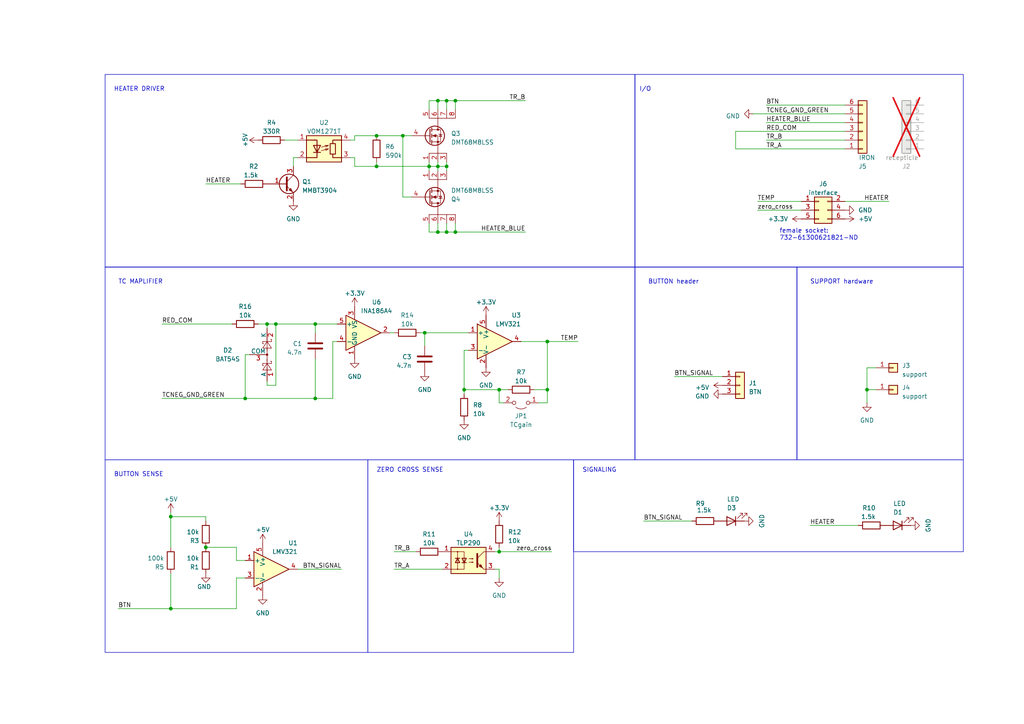
<source format=kicad_sch>
(kicad_sch (version 20230121) (generator eeschema)

  (uuid 708aede5-1541-4553-af49-a86bb9717190)

  (paper "A4")

  (title_block
    (title "JBClone soldering station daughterboard")
    (date "2025-02-27")
    (rev "0.3")
  )

  (lib_symbols
    (symbol "Amplifier_Operational:LMV321" (pin_names (offset 0.127)) (in_bom yes) (on_board yes)
      (property "Reference" "U" (at 0 5.08 0)
        (effects (font (size 1.27 1.27)) (justify left))
      )
      (property "Value" "LMV321" (at 0 -5.08 0)
        (effects (font (size 1.27 1.27)) (justify left))
      )
      (property "Footprint" "" (at 0 0 0)
        (effects (font (size 1.27 1.27)) (justify left) hide)
      )
      (property "Datasheet" "http://www.ti.com/lit/ds/symlink/lmv324.pdf" (at 0 0 0)
        (effects (font (size 1.27 1.27)) hide)
      )
      (property "ki_keywords" "single opamp" (at 0 0 0)
        (effects (font (size 1.27 1.27)) hide)
      )
      (property "ki_description" "Low-Voltage Rail-to-Rail Output Operational Amplifiers, SOT-23-5/SC-70-5" (at 0 0 0)
        (effects (font (size 1.27 1.27)) hide)
      )
      (property "ki_fp_filters" "SOT?23* *SC*70*" (at 0 0 0)
        (effects (font (size 1.27 1.27)) hide)
      )
      (symbol "LMV321_0_1"
        (polyline
          (pts
            (xy -5.08 5.08)
            (xy 5.08 0)
            (xy -5.08 -5.08)
            (xy -5.08 5.08)
          )
          (stroke (width 0.254) (type default))
          (fill (type background))
        )
        (pin power_in line (at -2.54 -7.62 90) (length 3.81)
          (name "V-" (effects (font (size 1.27 1.27))))
          (number "2" (effects (font (size 1.27 1.27))))
        )
        (pin power_in line (at -2.54 7.62 270) (length 3.81)
          (name "V+" (effects (font (size 1.27 1.27))))
          (number "5" (effects (font (size 1.27 1.27))))
        )
      )
      (symbol "LMV321_1_1"
        (pin input line (at -7.62 2.54 0) (length 2.54)
          (name "+" (effects (font (size 1.27 1.27))))
          (number "1" (effects (font (size 1.27 1.27))))
        )
        (pin input line (at -7.62 -2.54 0) (length 2.54)
          (name "-" (effects (font (size 1.27 1.27))))
          (number "3" (effects (font (size 1.27 1.27))))
        )
        (pin output line (at 7.62 0 180) (length 2.54)
          (name "~" (effects (font (size 1.27 1.27))))
          (number "4" (effects (font (size 1.27 1.27))))
        )
      )
    )
    (symbol "Connector_Generic:Conn_01x01" (pin_names (offset 1.016) hide) (in_bom yes) (on_board yes)
      (property "Reference" "J" (at 0 2.54 0)
        (effects (font (size 1.27 1.27)))
      )
      (property "Value" "Conn_01x01" (at 0 -2.54 0)
        (effects (font (size 1.27 1.27)))
      )
      (property "Footprint" "" (at 0 0 0)
        (effects (font (size 1.27 1.27)) hide)
      )
      (property "Datasheet" "~" (at 0 0 0)
        (effects (font (size 1.27 1.27)) hide)
      )
      (property "ki_keywords" "connector" (at 0 0 0)
        (effects (font (size 1.27 1.27)) hide)
      )
      (property "ki_description" "Generic connector, single row, 01x01, script generated (kicad-library-utils/schlib/autogen/connector/)" (at 0 0 0)
        (effects (font (size 1.27 1.27)) hide)
      )
      (property "ki_fp_filters" "Connector*:*_1x??_*" (at 0 0 0)
        (effects (font (size 1.27 1.27)) hide)
      )
      (symbol "Conn_01x01_1_1"
        (rectangle (start -1.27 0.127) (end 0 -0.127)
          (stroke (width 0.1524) (type default))
          (fill (type none))
        )
        (rectangle (start -1.27 1.27) (end 1.27 -1.27)
          (stroke (width 0.254) (type default))
          (fill (type background))
        )
        (pin passive line (at -5.08 0 0) (length 3.81)
          (name "Pin_1" (effects (font (size 1.27 1.27))))
          (number "1" (effects (font (size 1.27 1.27))))
        )
      )
    )
    (symbol "Connector_Generic:Conn_01x03" (pin_names (offset 1.016) hide) (in_bom yes) (on_board yes)
      (property "Reference" "J" (at 0 5.08 0)
        (effects (font (size 1.27 1.27)))
      )
      (property "Value" "Conn_01x03" (at 0 -5.08 0)
        (effects (font (size 1.27 1.27)))
      )
      (property "Footprint" "" (at 0 0 0)
        (effects (font (size 1.27 1.27)) hide)
      )
      (property "Datasheet" "~" (at 0 0 0)
        (effects (font (size 1.27 1.27)) hide)
      )
      (property "ki_keywords" "connector" (at 0 0 0)
        (effects (font (size 1.27 1.27)) hide)
      )
      (property "ki_description" "Generic connector, single row, 01x03, script generated (kicad-library-utils/schlib/autogen/connector/)" (at 0 0 0)
        (effects (font (size 1.27 1.27)) hide)
      )
      (property "ki_fp_filters" "Connector*:*_1x??_*" (at 0 0 0)
        (effects (font (size 1.27 1.27)) hide)
      )
      (symbol "Conn_01x03_1_1"
        (rectangle (start -1.27 -2.413) (end 0 -2.667)
          (stroke (width 0.1524) (type default))
          (fill (type none))
        )
        (rectangle (start -1.27 0.127) (end 0 -0.127)
          (stroke (width 0.1524) (type default))
          (fill (type none))
        )
        (rectangle (start -1.27 2.667) (end 0 2.413)
          (stroke (width 0.1524) (type default))
          (fill (type none))
        )
        (rectangle (start -1.27 3.81) (end 1.27 -3.81)
          (stroke (width 0.254) (type default))
          (fill (type background))
        )
        (pin passive line (at -5.08 2.54 0) (length 3.81)
          (name "Pin_1" (effects (font (size 1.27 1.27))))
          (number "1" (effects (font (size 1.27 1.27))))
        )
        (pin passive line (at -5.08 0 0) (length 3.81)
          (name "Pin_2" (effects (font (size 1.27 1.27))))
          (number "2" (effects (font (size 1.27 1.27))))
        )
        (pin passive line (at -5.08 -2.54 0) (length 3.81)
          (name "Pin_3" (effects (font (size 1.27 1.27))))
          (number "3" (effects (font (size 1.27 1.27))))
        )
      )
    )
    (symbol "Connector_Generic:Conn_01x06" (pin_names (offset 1.016) hide) (in_bom yes) (on_board yes)
      (property "Reference" "J" (at 0 7.62 0)
        (effects (font (size 1.27 1.27)))
      )
      (property "Value" "Conn_01x06" (at 0 -10.16 0)
        (effects (font (size 1.27 1.27)))
      )
      (property "Footprint" "" (at 0 0 0)
        (effects (font (size 1.27 1.27)) hide)
      )
      (property "Datasheet" "~" (at 0 0 0)
        (effects (font (size 1.27 1.27)) hide)
      )
      (property "ki_keywords" "connector" (at 0 0 0)
        (effects (font (size 1.27 1.27)) hide)
      )
      (property "ki_description" "Generic connector, single row, 01x06, script generated (kicad-library-utils/schlib/autogen/connector/)" (at 0 0 0)
        (effects (font (size 1.27 1.27)) hide)
      )
      (property "ki_fp_filters" "Connector*:*_1x??_*" (at 0 0 0)
        (effects (font (size 1.27 1.27)) hide)
      )
      (symbol "Conn_01x06_1_1"
        (rectangle (start -1.27 -7.493) (end 0 -7.747)
          (stroke (width 0.1524) (type default))
          (fill (type none))
        )
        (rectangle (start -1.27 -4.953) (end 0 -5.207)
          (stroke (width 0.1524) (type default))
          (fill (type none))
        )
        (rectangle (start -1.27 -2.413) (end 0 -2.667)
          (stroke (width 0.1524) (type default))
          (fill (type none))
        )
        (rectangle (start -1.27 0.127) (end 0 -0.127)
          (stroke (width 0.1524) (type default))
          (fill (type none))
        )
        (rectangle (start -1.27 2.667) (end 0 2.413)
          (stroke (width 0.1524) (type default))
          (fill (type none))
        )
        (rectangle (start -1.27 5.207) (end 0 4.953)
          (stroke (width 0.1524) (type default))
          (fill (type none))
        )
        (rectangle (start -1.27 6.35) (end 1.27 -8.89)
          (stroke (width 0.254) (type default))
          (fill (type background))
        )
        (pin passive line (at -5.08 5.08 0) (length 3.81)
          (name "Pin_1" (effects (font (size 1.27 1.27))))
          (number "1" (effects (font (size 1.27 1.27))))
        )
        (pin passive line (at -5.08 2.54 0) (length 3.81)
          (name "Pin_2" (effects (font (size 1.27 1.27))))
          (number "2" (effects (font (size 1.27 1.27))))
        )
        (pin passive line (at -5.08 0 0) (length 3.81)
          (name "Pin_3" (effects (font (size 1.27 1.27))))
          (number "3" (effects (font (size 1.27 1.27))))
        )
        (pin passive line (at -5.08 -2.54 0) (length 3.81)
          (name "Pin_4" (effects (font (size 1.27 1.27))))
          (number "4" (effects (font (size 1.27 1.27))))
        )
        (pin passive line (at -5.08 -5.08 0) (length 3.81)
          (name "Pin_5" (effects (font (size 1.27 1.27))))
          (number "5" (effects (font (size 1.27 1.27))))
        )
        (pin passive line (at -5.08 -7.62 0) (length 3.81)
          (name "Pin_6" (effects (font (size 1.27 1.27))))
          (number "6" (effects (font (size 1.27 1.27))))
        )
      )
    )
    (symbol "Connector_Generic:Conn_02x03_Odd_Even" (pin_names (offset 1.016) hide) (in_bom yes) (on_board yes)
      (property "Reference" "J" (at 1.27 5.08 0)
        (effects (font (size 1.27 1.27)))
      )
      (property "Value" "Conn_02x03_Odd_Even" (at 1.27 -5.08 0)
        (effects (font (size 1.27 1.27)))
      )
      (property "Footprint" "" (at 0 0 0)
        (effects (font (size 1.27 1.27)) hide)
      )
      (property "Datasheet" "~" (at 0 0 0)
        (effects (font (size 1.27 1.27)) hide)
      )
      (property "ki_keywords" "connector" (at 0 0 0)
        (effects (font (size 1.27 1.27)) hide)
      )
      (property "ki_description" "Generic connector, double row, 02x03, odd/even pin numbering scheme (row 1 odd numbers, row 2 even numbers), script generated (kicad-library-utils/schlib/autogen/connector/)" (at 0 0 0)
        (effects (font (size 1.27 1.27)) hide)
      )
      (property "ki_fp_filters" "Connector*:*_2x??_*" (at 0 0 0)
        (effects (font (size 1.27 1.27)) hide)
      )
      (symbol "Conn_02x03_Odd_Even_1_1"
        (rectangle (start -1.27 -2.413) (end 0 -2.667)
          (stroke (width 0.1524) (type default))
          (fill (type none))
        )
        (rectangle (start -1.27 0.127) (end 0 -0.127)
          (stroke (width 0.1524) (type default))
          (fill (type none))
        )
        (rectangle (start -1.27 2.667) (end 0 2.413)
          (stroke (width 0.1524) (type default))
          (fill (type none))
        )
        (rectangle (start -1.27 3.81) (end 3.81 -3.81)
          (stroke (width 0.254) (type default))
          (fill (type background))
        )
        (rectangle (start 3.81 -2.413) (end 2.54 -2.667)
          (stroke (width 0.1524) (type default))
          (fill (type none))
        )
        (rectangle (start 3.81 0.127) (end 2.54 -0.127)
          (stroke (width 0.1524) (type default))
          (fill (type none))
        )
        (rectangle (start 3.81 2.667) (end 2.54 2.413)
          (stroke (width 0.1524) (type default))
          (fill (type none))
        )
        (pin passive line (at -5.08 2.54 0) (length 3.81)
          (name "Pin_1" (effects (font (size 1.27 1.27))))
          (number "1" (effects (font (size 1.27 1.27))))
        )
        (pin passive line (at 7.62 2.54 180) (length 3.81)
          (name "Pin_2" (effects (font (size 1.27 1.27))))
          (number "2" (effects (font (size 1.27 1.27))))
        )
        (pin passive line (at -5.08 0 0) (length 3.81)
          (name "Pin_3" (effects (font (size 1.27 1.27))))
          (number "3" (effects (font (size 1.27 1.27))))
        )
        (pin passive line (at 7.62 0 180) (length 3.81)
          (name "Pin_4" (effects (font (size 1.27 1.27))))
          (number "4" (effects (font (size 1.27 1.27))))
        )
        (pin passive line (at -5.08 -2.54 0) (length 3.81)
          (name "Pin_5" (effects (font (size 1.27 1.27))))
          (number "5" (effects (font (size 1.27 1.27))))
        )
        (pin passive line (at 7.62 -2.54 180) (length 3.81)
          (name "Pin_6" (effects (font (size 1.27 1.27))))
          (number "6" (effects (font (size 1.27 1.27))))
        )
      )
    )
    (symbol "Device:C" (pin_numbers hide) (pin_names (offset 0.254)) (in_bom yes) (on_board yes)
      (property "Reference" "C" (at 0.635 2.54 0)
        (effects (font (size 1.27 1.27)) (justify left))
      )
      (property "Value" "C" (at 0.635 -2.54 0)
        (effects (font (size 1.27 1.27)) (justify left))
      )
      (property "Footprint" "" (at 0.9652 -3.81 0)
        (effects (font (size 1.27 1.27)) hide)
      )
      (property "Datasheet" "~" (at 0 0 0)
        (effects (font (size 1.27 1.27)) hide)
      )
      (property "ki_keywords" "cap capacitor" (at 0 0 0)
        (effects (font (size 1.27 1.27)) hide)
      )
      (property "ki_description" "Unpolarized capacitor" (at 0 0 0)
        (effects (font (size 1.27 1.27)) hide)
      )
      (property "ki_fp_filters" "C_*" (at 0 0 0)
        (effects (font (size 1.27 1.27)) hide)
      )
      (symbol "C_0_1"
        (polyline
          (pts
            (xy -2.032 -0.762)
            (xy 2.032 -0.762)
          )
          (stroke (width 0.508) (type default))
          (fill (type none))
        )
        (polyline
          (pts
            (xy -2.032 0.762)
            (xy 2.032 0.762)
          )
          (stroke (width 0.508) (type default))
          (fill (type none))
        )
      )
      (symbol "C_1_1"
        (pin passive line (at 0 3.81 270) (length 2.794)
          (name "~" (effects (font (size 1.27 1.27))))
          (number "1" (effects (font (size 1.27 1.27))))
        )
        (pin passive line (at 0 -3.81 90) (length 2.794)
          (name "~" (effects (font (size 1.27 1.27))))
          (number "2" (effects (font (size 1.27 1.27))))
        )
      )
    )
    (symbol "Device:LED" (pin_numbers hide) (pin_names (offset 1.016) hide) (in_bom yes) (on_board yes)
      (property "Reference" "D" (at 0 2.54 0)
        (effects (font (size 1.27 1.27)))
      )
      (property "Value" "LED" (at 0 -2.54 0)
        (effects (font (size 1.27 1.27)))
      )
      (property "Footprint" "" (at 0 0 0)
        (effects (font (size 1.27 1.27)) hide)
      )
      (property "Datasheet" "~" (at 0 0 0)
        (effects (font (size 1.27 1.27)) hide)
      )
      (property "ki_keywords" "LED diode" (at 0 0 0)
        (effects (font (size 1.27 1.27)) hide)
      )
      (property "ki_description" "Light emitting diode" (at 0 0 0)
        (effects (font (size 1.27 1.27)) hide)
      )
      (property "ki_fp_filters" "LED* LED_SMD:* LED_THT:*" (at 0 0 0)
        (effects (font (size 1.27 1.27)) hide)
      )
      (symbol "LED_0_1"
        (polyline
          (pts
            (xy -1.27 -1.27)
            (xy -1.27 1.27)
          )
          (stroke (width 0.254) (type default))
          (fill (type none))
        )
        (polyline
          (pts
            (xy -1.27 0)
            (xy 1.27 0)
          )
          (stroke (width 0) (type default))
          (fill (type none))
        )
        (polyline
          (pts
            (xy 1.27 -1.27)
            (xy 1.27 1.27)
            (xy -1.27 0)
            (xy 1.27 -1.27)
          )
          (stroke (width 0.254) (type default))
          (fill (type none))
        )
        (polyline
          (pts
            (xy -3.048 -0.762)
            (xy -4.572 -2.286)
            (xy -3.81 -2.286)
            (xy -4.572 -2.286)
            (xy -4.572 -1.524)
          )
          (stroke (width 0) (type default))
          (fill (type none))
        )
        (polyline
          (pts
            (xy -1.778 -0.762)
            (xy -3.302 -2.286)
            (xy -2.54 -2.286)
            (xy -3.302 -2.286)
            (xy -3.302 -1.524)
          )
          (stroke (width 0) (type default))
          (fill (type none))
        )
      )
      (symbol "LED_1_1"
        (pin passive line (at -3.81 0 0) (length 2.54)
          (name "K" (effects (font (size 1.27 1.27))))
          (number "1" (effects (font (size 1.27 1.27))))
        )
        (pin passive line (at 3.81 0 180) (length 2.54)
          (name "A" (effects (font (size 1.27 1.27))))
          (number "2" (effects (font (size 1.27 1.27))))
        )
      )
    )
    (symbol "Device:R" (pin_numbers hide) (pin_names (offset 0)) (in_bom yes) (on_board yes)
      (property "Reference" "R" (at 2.032 0 90)
        (effects (font (size 1.27 1.27)))
      )
      (property "Value" "R" (at 0 0 90)
        (effects (font (size 1.27 1.27)))
      )
      (property "Footprint" "" (at -1.778 0 90)
        (effects (font (size 1.27 1.27)) hide)
      )
      (property "Datasheet" "~" (at 0 0 0)
        (effects (font (size 1.27 1.27)) hide)
      )
      (property "ki_keywords" "R res resistor" (at 0 0 0)
        (effects (font (size 1.27 1.27)) hide)
      )
      (property "ki_description" "Resistor" (at 0 0 0)
        (effects (font (size 1.27 1.27)) hide)
      )
      (property "ki_fp_filters" "R_*" (at 0 0 0)
        (effects (font (size 1.27 1.27)) hide)
      )
      (symbol "R_0_1"
        (rectangle (start -1.016 -2.54) (end 1.016 2.54)
          (stroke (width 0.254) (type default))
          (fill (type none))
        )
      )
      (symbol "R_1_1"
        (pin passive line (at 0 3.81 270) (length 1.27)
          (name "~" (effects (font (size 1.27 1.27))))
          (number "1" (effects (font (size 1.27 1.27))))
        )
        (pin passive line (at 0 -3.81 90) (length 1.27)
          (name "~" (effects (font (size 1.27 1.27))))
          (number "2" (effects (font (size 1.27 1.27))))
        )
      )
    )
    (symbol "Diode:BAT54S" (pin_names (offset 0)) (in_bom yes) (on_board yes)
      (property "Reference" "D" (at 2.54 -5.08 0)
        (effects (font (size 1.27 1.27)) (justify left))
      )
      (property "Value" "BAT54S" (at -6.35 3.175 0)
        (effects (font (size 1.27 1.27)) (justify left))
      )
      (property "Footprint" "Package_TO_SOT_SMD:SOT-23" (at 1.905 3.175 0)
        (effects (font (size 1.27 1.27)) (justify left) hide)
      )
      (property "Datasheet" "https://www.diodes.com/assets/Datasheets/ds11005.pdf" (at -3.048 0 0)
        (effects (font (size 1.27 1.27)) hide)
      )
      (property "ki_keywords" "schottky diode" (at 0 0 0)
        (effects (font (size 1.27 1.27)) hide)
      )
      (property "ki_description" "Vr 30V, If 200mA, Dual schottky barrier diode, in series, SOT-323" (at 0 0 0)
        (effects (font (size 1.27 1.27)) hide)
      )
      (property "ki_fp_filters" "SOT?23*" (at 0 0 0)
        (effects (font (size 1.27 1.27)) hide)
      )
      (symbol "BAT54S_0_1"
        (polyline
          (pts
            (xy -3.81 0)
            (xy -1.27 0)
          )
          (stroke (width 0) (type default))
          (fill (type none))
        )
        (polyline
          (pts
            (xy -3.175 -1.27)
            (xy -3.175 -1.016)
          )
          (stroke (width 0) (type default))
          (fill (type none))
        )
        (polyline
          (pts
            (xy -2.54 -1.27)
            (xy -3.175 -1.27)
          )
          (stroke (width 0) (type default))
          (fill (type none))
        )
        (polyline
          (pts
            (xy -2.54 -1.27)
            (xy -2.54 1.27)
          )
          (stroke (width 0) (type default))
          (fill (type none))
        )
        (polyline
          (pts
            (xy -2.54 1.27)
            (xy -1.905 1.27)
          )
          (stroke (width 0) (type default))
          (fill (type none))
        )
        (polyline
          (pts
            (xy -1.905 0)
            (xy 1.905 0)
          )
          (stroke (width 0) (type default))
          (fill (type none))
        )
        (polyline
          (pts
            (xy -1.905 1.27)
            (xy -1.905 1.016)
          )
          (stroke (width 0) (type default))
          (fill (type none))
        )
        (polyline
          (pts
            (xy 1.27 0)
            (xy 3.81 0)
          )
          (stroke (width 0) (type default))
          (fill (type none))
        )
        (polyline
          (pts
            (xy 3.175 -1.27)
            (xy 3.175 -1.016)
          )
          (stroke (width 0) (type default))
          (fill (type none))
        )
        (polyline
          (pts
            (xy 3.81 -1.27)
            (xy 3.175 -1.27)
          )
          (stroke (width 0) (type default))
          (fill (type none))
        )
        (polyline
          (pts
            (xy 3.81 -1.27)
            (xy 3.81 1.27)
          )
          (stroke (width 0) (type default))
          (fill (type none))
        )
        (polyline
          (pts
            (xy 3.81 1.27)
            (xy 4.445 1.27)
          )
          (stroke (width 0) (type default))
          (fill (type none))
        )
        (polyline
          (pts
            (xy 4.445 1.27)
            (xy 4.445 1.016)
          )
          (stroke (width 0) (type default))
          (fill (type none))
        )
        (polyline
          (pts
            (xy -4.445 1.27)
            (xy -4.445 -1.27)
            (xy -2.54 0)
            (xy -4.445 1.27)
          )
          (stroke (width 0) (type default))
          (fill (type none))
        )
        (polyline
          (pts
            (xy 1.905 1.27)
            (xy 1.905 -1.27)
            (xy 3.81 0)
            (xy 1.905 1.27)
          )
          (stroke (width 0) (type default))
          (fill (type none))
        )
        (circle (center 0 0) (radius 0.254)
          (stroke (width 0) (type default))
          (fill (type outline))
        )
      )
      (symbol "BAT54S_1_1"
        (pin passive line (at -7.62 0 0) (length 3.81)
          (name "A" (effects (font (size 1.27 1.27))))
          (number "1" (effects (font (size 1.27 1.27))))
        )
        (pin passive line (at 7.62 0 180) (length 3.81)
          (name "K" (effects (font (size 1.27 1.27))))
          (number "2" (effects (font (size 1.27 1.27))))
        )
        (pin passive line (at 0 -5.08 90) (length 5.08)
          (name "COM" (effects (font (size 1.27 1.27))))
          (number "3" (effects (font (size 1.27 1.27))))
        )
      )
    )
    (symbol "INA180A1_1" (pin_names (offset 0.127)) (in_bom yes) (on_board yes)
      (property "Reference" "U3" (at 3.81 8.89 0)
        (effects (font (size 1.27 1.27)))
      )
      (property "Value" "INA186A4" (at 3.81 6.35 0)
        (effects (font (size 1.27 1.27)))
      )
      (property "Footprint" "Package_TO_SOT_SMD:SOT-23-5" (at 0 20.32 0)
        (effects (font (size 1.27 1.27)) hide)
      )
      (property "Datasheet" "https://www.ti.com/lit/fs/sboa387a/sboa387a.pdf?ts=1732055051986&ref_url=https%253A%252F%252Fwww.google.com%252F" (at 2.54 22.86 0)
        (effects (font (size 1.27 1.27)) hide)
      )
      (property "digikey" "296-INA186A4QDBVRQ1CT-ND" (at 0 25.4 0)
        (effects (font (size 1.27 1.27)) hide)
      )
      (property "ki_keywords" "current monitor shunt sensor" (at 0 0 0)
        (effects (font (size 1.27 1.27)) hide)
      )
      (property "ki_description" "Current Sense Amplifier, 1 Circuit, Rail-to-Rail, 26V, Gain 20 V/V, SOT-23-5" (at 0 0 0)
        (effects (font (size 1.27 1.27)) hide)
      )
      (property "ki_fp_filters" "SOT?23*" (at 0 0 0)
        (effects (font (size 1.27 1.27)) hide)
      )
      (symbol "INA180A1_1_0_1"
        (polyline
          (pts
            (xy 5.08 0)
            (xy -5.08 5.08)
            (xy -5.08 -5.08)
            (xy 5.08 0)
          )
          (stroke (width 0.254) (type default))
          (fill (type background))
        )
      )
      (symbol "INA180A1_1_1_1"
        (pin power_in line (at -2.54 -7.62 90) (length 3.81)
          (name "GND" (effects (font (size 1.27 1.27))))
          (number "1" (effects (font (size 1.27 1.27))))
        )
        (pin output line (at 7.62 0 180) (length 2.54)
          (name "~" (effects (font (size 1.27 1.27))))
          (number "2" (effects (font (size 1.27 1.27))))
        )
        (pin power_in line (at -2.54 7.62 270) (length 3.81)
          (name "VS" (effects (font (size 1.27 1.27))))
          (number "3" (effects (font (size 1.27 1.27))))
        )
        (pin input line (at -7.62 -2.54 0) (length 2.54)
          (name "-" (effects (font (size 1.27 1.27))))
          (number "4" (effects (font (size 1.27 1.27))))
        )
        (pin input line (at -7.62 2.54 0) (length 2.54)
          (name "+" (effects (font (size 1.27 1.27))))
          (number "5" (effects (font (size 1.27 1.27))))
        )
      )
    )
    (symbol "Isolator:NSL-32" (pin_names (offset 0.762) hide) (in_bom yes) (on_board yes)
      (property "Reference" "U" (at 0 5.08 0)
        (effects (font (size 1.27 1.27)))
      )
      (property "Value" "NSL-32" (at 0 -5.08 0)
        (effects (font (size 1.27 1.27)))
      )
      (property "Footprint" "OptoDevice:Luna_NSL-32" (at 0 -7.62 0)
        (effects (font (size 1.27 1.27)) hide)
      )
      (property "Datasheet" "http://lunainc.com/wp-content/uploads/2016/06/NSL-32.pdf" (at 1.27 0 0)
        (effects (font (size 1.27 1.27)) hide)
      )
      (property "ki_keywords" "optocoupler" (at 0 0 0)
        (effects (font (size 1.27 1.27)) hide)
      )
      (property "ki_description" "Optocoupler, LED Input, Photocell Output" (at 0 0 0)
        (effects (font (size 1.27 1.27)) hide)
      )
      (property "ki_fp_filters" "Luna*NSL?32*" (at 0 0 0)
        (effects (font (size 1.27 1.27)) hide)
      )
      (symbol "NSL-32_0_1"
        (rectangle (start -5.08 3.81) (end 5.08 -3.81)
          (stroke (width 0.254) (type default))
          (fill (type background))
        )
        (polyline
          (pts
            (xy -5.08 2.54)
            (xy -2.54 2.54)
          )
          (stroke (width 0.254) (type default))
          (fill (type none))
        )
        (polyline
          (pts
            (xy -2.794 -2.54)
            (xy -5.08 -2.54)
          )
          (stroke (width 0.254) (type default))
          (fill (type none))
        )
        (polyline
          (pts
            (xy -1.016 -1.016)
            (xy -3.048 -1.016)
            (xy -3.048 -1.016)
          )
          (stroke (width 0.254) (type default))
          (fill (type none))
        )
        (polyline
          (pts
            (xy -0.762 -0.508)
            (xy 1.27 0)
            (xy 1.27 0)
          )
          (stroke (width 0) (type default))
          (fill (type none))
        )
        (polyline
          (pts
            (xy -0.762 0.508)
            (xy 1.27 1.016)
            (xy 1.27 1.016)
          )
          (stroke (width 0) (type default))
          (fill (type none))
        )
        (polyline
          (pts
            (xy 2.54 -1.524)
            (xy 2.54 -2.54)
            (xy 5.08 -2.54)
          )
          (stroke (width 0.254) (type default))
          (fill (type none))
        )
        (polyline
          (pts
            (xy 2.54 1.524)
            (xy 2.54 2.54)
            (xy 5.08 2.54)
          )
          (stroke (width 0.254) (type default))
          (fill (type none))
        )
        (polyline
          (pts
            (xy -2.794 -2.54)
            (xy -2.032 -2.54)
            (xy -2.032 2.54)
            (xy -2.794 2.54)
          )
          (stroke (width 0.254) (type default))
          (fill (type none))
        )
        (polyline
          (pts
            (xy 0.254 0)
            (xy 1.27 0)
            (xy 0.508 -0.508)
            (xy 0.508 -0.508)
          )
          (stroke (width 0) (type default))
          (fill (type none))
        )
        (polyline
          (pts
            (xy 0.254 1.016)
            (xy 1.27 1.016)
            (xy 0.508 0.508)
            (xy 0.508 0.508)
          )
          (stroke (width 0) (type default))
          (fill (type none))
        )
        (polyline
          (pts
            (xy -1.016 1.016)
            (xy -3.048 1.016)
            (xy -2.032 -1.016)
            (xy -1.016 1.016)
            (xy -1.016 1.016)
            (xy -1.016 1.016)
          )
          (stroke (width 0.254) (type default))
          (fill (type none))
        )
        (rectangle (start 1.778 1.524) (end 3.302 -1.524)
          (stroke (width 0.254) (type default))
          (fill (type none))
        )
      )
      (symbol "NSL-32_1_1"
        (pin passive line (at -7.62 2.54 0) (length 2.54)
          (name "A" (effects (font (size 1.27 1.27))))
          (number "1" (effects (font (size 1.27 1.27))))
        )
        (pin passive line (at -7.62 -2.54 0) (length 2.54)
          (name "K" (effects (font (size 1.27 1.27))))
          (number "2" (effects (font (size 1.27 1.27))))
        )
        (pin passive line (at 7.62 -2.54 180) (length 2.54)
          (name "R" (effects (font (size 1.27 1.27))))
          (number "3" (effects (font (size 1.27 1.27))))
        )
        (pin passive line (at 7.62 2.54 180) (length 2.54)
          (name "R" (effects (font (size 1.27 1.27))))
          (number "4" (effects (font (size 1.27 1.27))))
        )
      )
    )
    (symbol "Isolator:TLP290" (pin_names (offset 1.016)) (in_bom yes) (on_board yes)
      (property "Reference" "U" (at -5.08 5.08 0)
        (effects (font (size 1.27 1.27)) (justify left))
      )
      (property "Value" "TLP290" (at 0 5.08 0)
        (effects (font (size 1.27 1.27)) (justify left))
      )
      (property "Footprint" "Package_SO:SOP-4_4.4x2.6mm_P1.27mm" (at -21.59 -5.08 0)
        (effects (font (size 1.27 1.27) italic) (justify left) hide)
      )
      (property "Datasheet" "https://toshiba.semicon-storage.com/info/docget.jsp?did=12882&prodName=TLP290" (at 0.635 0 0)
        (effects (font (size 1.27 1.27)) (justify left) hide)
      )
      (property "ki_keywords" "NPN AC DC Phototransistor Optocoupler" (at 0 0 0)
        (effects (font (size 1.27 1.27)) hide)
      )
      (property "ki_description" "AC/DC Phototransistor Optocoupler, Vce 80V, CTR 50-600%, not recommended for new designs, SOP4" (at 0 0 0)
        (effects (font (size 1.27 1.27)) hide)
      )
      (property "ki_fp_filters" "SOP*4*4.4x2.6mm*P1.27mm*" (at 0 0 0)
        (effects (font (size 1.27 1.27)) hide)
      )
      (symbol "TLP290_0_1"
        (rectangle (start -5.08 3.81) (end 5.08 -3.81)
          (stroke (width 0.254) (type default))
          (fill (type background))
        )
        (circle (center -3.175 -2.54) (radius 0.127)
          (stroke (width 0) (type default))
          (fill (type none))
        )
        (circle (center -3.175 2.54) (radius 0.127)
          (stroke (width 0) (type default))
          (fill (type none))
        )
        (polyline
          (pts
            (xy -3.81 0.635)
            (xy -2.54 0.635)
          )
          (stroke (width 0.254) (type default))
          (fill (type none))
        )
        (polyline
          (pts
            (xy -3.175 -0.635)
            (xy -3.175 -2.54)
          )
          (stroke (width 0) (type default))
          (fill (type none))
        )
        (polyline
          (pts
            (xy -3.175 -0.635)
            (xy -3.175 2.54)
          )
          (stroke (width 0) (type default))
          (fill (type none))
        )
        (polyline
          (pts
            (xy -1.905 -0.635)
            (xy -0.635 -0.635)
          )
          (stroke (width 0.254) (type default))
          (fill (type none))
        )
        (polyline
          (pts
            (xy 2.54 0.635)
            (xy 4.445 2.54)
          )
          (stroke (width 0) (type default))
          (fill (type none))
        )
        (polyline
          (pts
            (xy 4.445 -2.54)
            (xy 2.54 -0.635)
          )
          (stroke (width 0) (type default))
          (fill (type outline))
        )
        (polyline
          (pts
            (xy 4.445 -2.54)
            (xy 5.08 -2.54)
          )
          (stroke (width 0) (type default))
          (fill (type none))
        )
        (polyline
          (pts
            (xy 4.445 2.54)
            (xy 5.08 2.54)
          )
          (stroke (width 0) (type default))
          (fill (type none))
        )
        (polyline
          (pts
            (xy -5.08 2.54)
            (xy -1.27 2.54)
            (xy -1.27 -0.635)
          )
          (stroke (width 0) (type default))
          (fill (type none))
        )
        (polyline
          (pts
            (xy -1.27 -0.635)
            (xy -1.27 -2.54)
            (xy -5.08 -2.54)
          )
          (stroke (width 0) (type default))
          (fill (type none))
        )
        (polyline
          (pts
            (xy 2.54 1.905)
            (xy 2.54 -1.905)
            (xy 2.54 -1.905)
          )
          (stroke (width 0.508) (type default))
          (fill (type none))
        )
        (polyline
          (pts
            (xy -3.175 0.635)
            (xy -3.81 -0.635)
            (xy -2.54 -0.635)
            (xy -3.175 0.635)
          )
          (stroke (width 0.254) (type default))
          (fill (type none))
        )
        (polyline
          (pts
            (xy -1.27 -0.635)
            (xy -1.905 0.635)
            (xy -0.635 0.635)
            (xy -1.27 -0.635)
          )
          (stroke (width 0.254) (type default))
          (fill (type none))
        )
        (polyline
          (pts
            (xy 0.127 -0.508)
            (xy 1.397 -0.508)
            (xy 1.016 -0.635)
            (xy 1.016 -0.381)
            (xy 1.397 -0.508)
          )
          (stroke (width 0) (type default))
          (fill (type none))
        )
        (polyline
          (pts
            (xy 0.127 0.508)
            (xy 1.397 0.508)
            (xy 1.016 0.381)
            (xy 1.016 0.635)
            (xy 1.397 0.508)
          )
          (stroke (width 0) (type default))
          (fill (type none))
        )
        (polyline
          (pts
            (xy 3.048 -1.651)
            (xy 3.556 -1.143)
            (xy 4.064 -2.159)
            (xy 3.048 -1.651)
            (xy 3.048 -1.651)
          )
          (stroke (width 0) (type default))
          (fill (type outline))
        )
      )
      (symbol "TLP290_1_1"
        (pin passive line (at -7.62 2.54 0) (length 2.54)
          (name "~" (effects (font (size 1.27 1.27))))
          (number "1" (effects (font (size 1.27 1.27))))
        )
        (pin passive line (at -7.62 -2.54 0) (length 2.54)
          (name "~" (effects (font (size 1.27 1.27))))
          (number "2" (effects (font (size 1.27 1.27))))
        )
        (pin passive line (at 7.62 -2.54 180) (length 2.54)
          (name "~" (effects (font (size 1.27 1.27))))
          (number "3" (effects (font (size 1.27 1.27))))
        )
        (pin passive line (at 7.62 2.54 180) (length 2.54)
          (name "~" (effects (font (size 1.27 1.27))))
          (number "4" (effects (font (size 1.27 1.27))))
        )
      )
    )
    (symbol "Jumper:Jumper_2_Open" (pin_names (offset 0) hide) (in_bom yes) (on_board yes)
      (property "Reference" "JP" (at 0 2.794 0)
        (effects (font (size 1.27 1.27)))
      )
      (property "Value" "Jumper_2_Open" (at 0 -2.286 0)
        (effects (font (size 1.27 1.27)))
      )
      (property "Footprint" "" (at 0 0 0)
        (effects (font (size 1.27 1.27)) hide)
      )
      (property "Datasheet" "~" (at 0 0 0)
        (effects (font (size 1.27 1.27)) hide)
      )
      (property "ki_keywords" "Jumper SPST" (at 0 0 0)
        (effects (font (size 1.27 1.27)) hide)
      )
      (property "ki_description" "Jumper, 2-pole, open" (at 0 0 0)
        (effects (font (size 1.27 1.27)) hide)
      )
      (property "ki_fp_filters" "Jumper* TestPoint*2Pads* TestPoint*Bridge*" (at 0 0 0)
        (effects (font (size 1.27 1.27)) hide)
      )
      (symbol "Jumper_2_Open_0_0"
        (circle (center -2.032 0) (radius 0.508)
          (stroke (width 0) (type default))
          (fill (type none))
        )
        (circle (center 2.032 0) (radius 0.508)
          (stroke (width 0) (type default))
          (fill (type none))
        )
      )
      (symbol "Jumper_2_Open_0_1"
        (arc (start 1.524 1.27) (mid 0 1.778) (end -1.524 1.27)
          (stroke (width 0) (type default))
          (fill (type none))
        )
      )
      (symbol "Jumper_2_Open_1_1"
        (pin passive line (at -5.08 0 0) (length 2.54)
          (name "A" (effects (font (size 1.27 1.27))))
          (number "1" (effects (font (size 1.27 1.27))))
        )
        (pin passive line (at 5.08 0 180) (length 2.54)
          (name "B" (effects (font (size 1.27 1.27))))
          (number "2" (effects (font (size 1.27 1.27))))
        )
      )
    )
    (symbol "Q_NMOS_DGS_1" (pin_names (offset 0) hide) (in_bom yes) (on_board yes)
      (property "Reference" "Q3" (at 6.35 0.635 0)
        (effects (font (size 1.27 1.27)) (justify left))
      )
      (property "Value" "DMT68M8LSS" (at 6.35 -1.905 0)
        (effects (font (size 1.27 1.27)) (justify left))
      )
      (property "Footprint" "Package_SO:SO-8_3.9x4.9mm_P1.27mm" (at 2.54 20.32 0)
        (effects (font (size 1.27 1.27)) hide)
      )
      (property "Datasheet" "https://www.diodes.com/assets/Datasheets/DMT68M8LSS.pdf" (at -2.54 17.78 0)
        (effects (font (size 1.27 1.27)) hide)
      )
      (property "digikey" "31-DMT68M8LSS-13CT-ND" (at 0 22.86 0)
        (effects (font (size 1.27 1.27)) hide)
      )
      (property "ki_keywords" "transistor NMOS N-MOS N-MOSFET" (at 0 0 0)
        (effects (font (size 1.27 1.27)) hide)
      )
      (property "ki_description" "N-MOSFET transistor, drain/gate/source" (at 0 0 0)
        (effects (font (size 1.27 1.27)) hide)
      )
      (symbol "Q_NMOS_DGS_1_0_1"
        (polyline
          (pts
            (xy 0 -5.08)
            (xy 5.08 -5.08)
          )
          (stroke (width 0) (type default))
          (fill (type none))
        )
        (polyline
          (pts
            (xy 0.254 0)
            (xy -2.54 0)
          )
          (stroke (width 0) (type default))
          (fill (type none))
        )
        (polyline
          (pts
            (xy 0.254 1.905)
            (xy 0.254 -1.905)
          )
          (stroke (width 0.254) (type default))
          (fill (type none))
        )
        (polyline
          (pts
            (xy 0.762 -1.27)
            (xy 0.762 -2.286)
          )
          (stroke (width 0.254) (type default))
          (fill (type none))
        )
        (polyline
          (pts
            (xy 0.762 0.508)
            (xy 0.762 -0.508)
          )
          (stroke (width 0.254) (type default))
          (fill (type none))
        )
        (polyline
          (pts
            (xy 0.762 2.286)
            (xy 0.762 1.27)
          )
          (stroke (width 0.254) (type default))
          (fill (type none))
        )
        (polyline
          (pts
            (xy 2.54 -2.54)
            (xy 2.54 -5.08)
          )
          (stroke (width 0) (type default))
          (fill (type none))
        )
        (polyline
          (pts
            (xy 2.54 2.54)
            (xy 2.54 1.778)
          )
          (stroke (width 0) (type default))
          (fill (type none))
        )
        (polyline
          (pts
            (xy 2.54 5.08)
            (xy 2.54 2.54)
          )
          (stroke (width 0) (type default))
          (fill (type none))
        )
        (polyline
          (pts
            (xy 7.62 5.08)
            (xy 0 5.08)
          )
          (stroke (width 0) (type default))
          (fill (type none))
        )
        (polyline
          (pts
            (xy 2.54 -2.54)
            (xy 2.54 0)
            (xy 0.762 0)
          )
          (stroke (width 0) (type default))
          (fill (type none))
        )
        (polyline
          (pts
            (xy 0.762 -1.778)
            (xy 3.302 -1.778)
            (xy 3.302 1.778)
            (xy 0.762 1.778)
          )
          (stroke (width 0) (type default))
          (fill (type none))
        )
        (polyline
          (pts
            (xy 1.016 0)
            (xy 2.032 0.381)
            (xy 2.032 -0.381)
            (xy 1.016 0)
          )
          (stroke (width 0) (type default))
          (fill (type outline))
        )
        (polyline
          (pts
            (xy 2.794 0.508)
            (xy 2.921 0.381)
            (xy 3.683 0.381)
            (xy 3.81 0.254)
          )
          (stroke (width 0) (type default))
          (fill (type none))
        )
        (polyline
          (pts
            (xy 3.302 0.381)
            (xy 2.921 -0.254)
            (xy 3.683 -0.254)
            (xy 3.302 0.381)
          )
          (stroke (width 0) (type default))
          (fill (type none))
        )
        (circle (center 1.651 0) (radius 2.794)
          (stroke (width 0.254) (type default))
          (fill (type none))
        )
        (circle (center 2.54 -1.778) (radius 0.254)
          (stroke (width 0) (type default))
          (fill (type outline))
        )
        (circle (center 2.54 1.778) (radius 0.254)
          (stroke (width 0) (type default))
          (fill (type outline))
        )
      )
      (symbol "Q_NMOS_DGS_1_1_1"
        (pin passive line (at 0 -7.62 90) (length 2.54)
          (name "D" (effects (font (size 1.27 1.27))))
          (number "1" (effects (font (size 1.27 1.27))))
        )
        (pin passive line (at 2.54 -7.62 90) (length 2.54)
          (name "D" (effects (font (size 1.27 1.27))))
          (number "2" (effects (font (size 1.27 1.27))))
        )
        (pin input line (at 5.08 -7.62 90) (length 2.54)
          (name "G" (effects (font (size 1.27 1.27))))
          (number "3" (effects (font (size 1.27 1.27))))
        )
        (pin passive line (at -5.08 0 0) (length 2.54)
          (name "S" (effects (font (size 1.27 1.27))))
          (number "4" (effects (font (size 1.27 1.27))))
        )
        (pin passive line (at 0 7.62 270) (length 2.54)
          (name "D" (effects (font (size 1.27 1.27))))
          (number "5" (effects (font (size 1.27 1.27))))
        )
        (pin passive line (at 2.54 7.62 270) (length 2.54)
          (name "D" (effects (font (size 1.27 1.27))))
          (number "6" (effects (font (size 1.27 1.27))))
        )
        (pin passive line (at 5.08 7.62 270) (length 2.54)
          (name "D" (effects (font (size 1.27 1.27))))
          (number "7" (effects (font (size 1.27 1.27))))
        )
        (pin passive line (at 7.62 7.62 270) (length 2.54)
          (name "D" (effects (font (size 1.27 1.27))))
          (number "8" (effects (font (size 1.27 1.27))))
        )
      )
    )
    (symbol "Transistor_BJT:MMBT3904" (pin_names (offset 0) hide) (in_bom yes) (on_board yes)
      (property "Reference" "Q" (at 5.08 1.905 0)
        (effects (font (size 1.27 1.27)) (justify left))
      )
      (property "Value" "MMBT3904" (at 5.08 0 0)
        (effects (font (size 1.27 1.27)) (justify left))
      )
      (property "Footprint" "Package_TO_SOT_SMD:SOT-23" (at 5.08 -1.905 0)
        (effects (font (size 1.27 1.27) italic) (justify left) hide)
      )
      (property "Datasheet" "https://www.onsemi.com/pub/Collateral/2N3903-D.PDF" (at 0 0 0)
        (effects (font (size 1.27 1.27)) (justify left) hide)
      )
      (property "ki_keywords" "NPN Transistor" (at 0 0 0)
        (effects (font (size 1.27 1.27)) hide)
      )
      (property "ki_description" "0.2A Ic, 40V Vce, Small Signal NPN Transistor, SOT-23" (at 0 0 0)
        (effects (font (size 1.27 1.27)) hide)
      )
      (property "ki_fp_filters" "SOT?23*" (at 0 0 0)
        (effects (font (size 1.27 1.27)) hide)
      )
      (symbol "MMBT3904_0_1"
        (polyline
          (pts
            (xy 0.635 0.635)
            (xy 2.54 2.54)
          )
          (stroke (width 0) (type default))
          (fill (type none))
        )
        (polyline
          (pts
            (xy 0.635 -0.635)
            (xy 2.54 -2.54)
            (xy 2.54 -2.54)
          )
          (stroke (width 0) (type default))
          (fill (type none))
        )
        (polyline
          (pts
            (xy 0.635 1.905)
            (xy 0.635 -1.905)
            (xy 0.635 -1.905)
          )
          (stroke (width 0.508) (type default))
          (fill (type none))
        )
        (polyline
          (pts
            (xy 1.27 -1.778)
            (xy 1.778 -1.27)
            (xy 2.286 -2.286)
            (xy 1.27 -1.778)
            (xy 1.27 -1.778)
          )
          (stroke (width 0) (type default))
          (fill (type outline))
        )
        (circle (center 1.27 0) (radius 2.8194)
          (stroke (width 0.254) (type default))
          (fill (type none))
        )
      )
      (symbol "MMBT3904_1_1"
        (pin input line (at -5.08 0 0) (length 5.715)
          (name "B" (effects (font (size 1.27 1.27))))
          (number "1" (effects (font (size 1.27 1.27))))
        )
        (pin passive line (at 2.54 -5.08 90) (length 2.54)
          (name "E" (effects (font (size 1.27 1.27))))
          (number "2" (effects (font (size 1.27 1.27))))
        )
        (pin passive line (at 2.54 5.08 270) (length 2.54)
          (name "C" (effects (font (size 1.27 1.27))))
          (number "3" (effects (font (size 1.27 1.27))))
        )
      )
    )
    (symbol "power:+3.3V" (power) (pin_names (offset 0)) (in_bom yes) (on_board yes)
      (property "Reference" "#PWR" (at 0 -3.81 0)
        (effects (font (size 1.27 1.27)) hide)
      )
      (property "Value" "+3.3V" (at 0 3.556 0)
        (effects (font (size 1.27 1.27)))
      )
      (property "Footprint" "" (at 0 0 0)
        (effects (font (size 1.27 1.27)) hide)
      )
      (property "Datasheet" "" (at 0 0 0)
        (effects (font (size 1.27 1.27)) hide)
      )
      (property "ki_keywords" "global power" (at 0 0 0)
        (effects (font (size 1.27 1.27)) hide)
      )
      (property "ki_description" "Power symbol creates a global label with name \"+3.3V\"" (at 0 0 0)
        (effects (font (size 1.27 1.27)) hide)
      )
      (symbol "+3.3V_0_1"
        (polyline
          (pts
            (xy -0.762 1.27)
            (xy 0 2.54)
          )
          (stroke (width 0) (type default))
          (fill (type none))
        )
        (polyline
          (pts
            (xy 0 0)
            (xy 0 2.54)
          )
          (stroke (width 0) (type default))
          (fill (type none))
        )
        (polyline
          (pts
            (xy 0 2.54)
            (xy 0.762 1.27)
          )
          (stroke (width 0) (type default))
          (fill (type none))
        )
      )
      (symbol "+3.3V_1_1"
        (pin power_in line (at 0 0 90) (length 0) hide
          (name "+3.3V" (effects (font (size 1.27 1.27))))
          (number "1" (effects (font (size 1.27 1.27))))
        )
      )
    )
    (symbol "power:+5V" (power) (pin_names (offset 0)) (in_bom yes) (on_board yes)
      (property "Reference" "#PWR" (at 0 -3.81 0)
        (effects (font (size 1.27 1.27)) hide)
      )
      (property "Value" "+5V" (at 0 3.556 0)
        (effects (font (size 1.27 1.27)))
      )
      (property "Footprint" "" (at 0 0 0)
        (effects (font (size 1.27 1.27)) hide)
      )
      (property "Datasheet" "" (at 0 0 0)
        (effects (font (size 1.27 1.27)) hide)
      )
      (property "ki_keywords" "global power" (at 0 0 0)
        (effects (font (size 1.27 1.27)) hide)
      )
      (property "ki_description" "Power symbol creates a global label with name \"+5V\"" (at 0 0 0)
        (effects (font (size 1.27 1.27)) hide)
      )
      (symbol "+5V_0_1"
        (polyline
          (pts
            (xy -0.762 1.27)
            (xy 0 2.54)
          )
          (stroke (width 0) (type default))
          (fill (type none))
        )
        (polyline
          (pts
            (xy 0 0)
            (xy 0 2.54)
          )
          (stroke (width 0) (type default))
          (fill (type none))
        )
        (polyline
          (pts
            (xy 0 2.54)
            (xy 0.762 1.27)
          )
          (stroke (width 0) (type default))
          (fill (type none))
        )
      )
      (symbol "+5V_1_1"
        (pin power_in line (at 0 0 90) (length 0) hide
          (name "+5V" (effects (font (size 1.27 1.27))))
          (number "1" (effects (font (size 1.27 1.27))))
        )
      )
    )
    (symbol "power:GND" (power) (pin_names (offset 0)) (in_bom yes) (on_board yes)
      (property "Reference" "#PWR" (at 0 -6.35 0)
        (effects (font (size 1.27 1.27)) hide)
      )
      (property "Value" "GND" (at 0 -3.81 0)
        (effects (font (size 1.27 1.27)))
      )
      (property "Footprint" "" (at 0 0 0)
        (effects (font (size 1.27 1.27)) hide)
      )
      (property "Datasheet" "" (at 0 0 0)
        (effects (font (size 1.27 1.27)) hide)
      )
      (property "ki_keywords" "global power" (at 0 0 0)
        (effects (font (size 1.27 1.27)) hide)
      )
      (property "ki_description" "Power symbol creates a global label with name \"GND\" , ground" (at 0 0 0)
        (effects (font (size 1.27 1.27)) hide)
      )
      (symbol "GND_0_1"
        (polyline
          (pts
            (xy 0 0)
            (xy 0 -1.27)
            (xy 1.27 -1.27)
            (xy 0 -2.54)
            (xy -1.27 -1.27)
            (xy 0 -1.27)
          )
          (stroke (width 0) (type default))
          (fill (type none))
        )
      )
      (symbol "GND_1_1"
        (pin power_in line (at 0 0 270) (length 0) hide
          (name "GND" (effects (font (size 1.27 1.27))))
          (number "1" (effects (font (size 1.27 1.27))))
        )
      )
    )
  )

  (junction (at 49.53 176.53) (diameter 0) (color 0 0 0 0)
    (uuid 094f7fd4-ba9a-48ef-9227-5066119f5516)
  )
  (junction (at 59.69 158.75) (diameter 0) (color 0 0 0 0)
    (uuid 09753a25-002f-4fab-8517-6077684cd1a6)
  )
  (junction (at 77.47 93.98) (diameter 0) (color 0 0 0 0)
    (uuid 0fb0843b-592d-4f0d-bc19-6912471848ae)
  )
  (junction (at 91.44 115.57) (diameter 0) (color 0 0 0 0)
    (uuid 14169f14-b19d-4726-b3e5-9146ff1ca23b)
  )
  (junction (at 158.75 99.06) (diameter 0) (color 0 0 0 0)
    (uuid 17bed651-b383-4fd4-8a92-5de53c1bb692)
  )
  (junction (at 116.84 39.37) (diameter 0) (color 0 0 0 0)
    (uuid 1d222e70-34bb-45ef-9313-d6cf17c5433a)
  )
  (junction (at 109.22 48.26) (diameter 0) (color 0 0 0 0)
    (uuid 229ada24-f7ca-4680-a46d-f5540cbe1f99)
  )
  (junction (at 129.54 29.21) (diameter 0) (color 0 0 0 0)
    (uuid 26eec6c4-03c4-4985-9555-cfc9f638cd5c)
  )
  (junction (at 49.53 149.86) (diameter 0) (color 0 0 0 0)
    (uuid 27fca149-c93e-4765-a0d6-b9193f4bc067)
  )
  (junction (at 129.54 67.31) (diameter 0) (color 0 0 0 0)
    (uuid 2e1710d7-e360-426d-9bea-4948a6ba12a2)
  )
  (junction (at 91.44 93.98) (diameter 0) (color 0 0 0 0)
    (uuid 34fb0341-19eb-42fa-b9d2-22f126685726)
  )
  (junction (at 134.62 113.03) (diameter 0) (color 0 0 0 0)
    (uuid 3887abcf-b244-45ab-b26e-ddbaf77d3bbd)
  )
  (junction (at 127 48.26) (diameter 0) (color 0 0 0 0)
    (uuid 3948d441-4b8f-496a-961d-6263dbbb9ecd)
  )
  (junction (at 123.19 96.52) (diameter 0) (color 0 0 0 0)
    (uuid 41abdd3a-7d9d-486a-89a0-33b56980da24)
  )
  (junction (at 251.46 113.03) (diameter 0) (color 0 0 0 0)
    (uuid 487741cd-786e-41db-a90d-ae964bf5d366)
  )
  (junction (at 71.12 115.57) (diameter 0) (color 0 0 0 0)
    (uuid 5c5dd1ff-c9e3-4d03-9578-534f1757ae92)
  )
  (junction (at 109.22 39.37) (diameter 0) (color 0 0 0 0)
    (uuid 6a2fc271-b34a-4265-8afd-8986c5c2d812)
  )
  (junction (at 158.75 113.03) (diameter 0) (color 0 0 0 0)
    (uuid 85ce752f-b157-4760-9b8c-b2055ca9ccd6)
  )
  (junction (at 144.78 113.03) (diameter 0) (color 0 0 0 0)
    (uuid 87b7f3a5-fc83-423f-b15d-198773db10e8)
  )
  (junction (at 132.08 29.21) (diameter 0) (color 0 0 0 0)
    (uuid 9854b1d1-dc8d-4f25-9708-76d6d6444b0a)
  )
  (junction (at 124.46 48.26) (diameter 0) (color 0 0 0 0)
    (uuid a8352734-ce4a-4041-8a57-dc3513ea28e8)
  )
  (junction (at 144.78 160.02) (diameter 0) (color 0 0 0 0)
    (uuid aa1077b5-8e38-4882-87a1-e0045f50aee1)
  )
  (junction (at 80.01 93.98) (diameter 0) (color 0 0 0 0)
    (uuid b1cff90d-bbe9-416d-972e-8c988ca21e8f)
  )
  (junction (at 127 67.31) (diameter 0) (color 0 0 0 0)
    (uuid d1181f2d-cdbe-4f89-a4a0-a203770cd859)
  )
  (junction (at 132.08 67.31) (diameter 0) (color 0 0 0 0)
    (uuid d45c1dba-0f30-457d-8c79-2a5f16ee85c6)
  )
  (junction (at 129.54 48.26) (diameter 0) (color 0 0 0 0)
    (uuid ec46ec9a-a612-4587-bb90-c5914b46bf78)
  )
  (junction (at 127 29.21) (diameter 0) (color 0 0 0 0)
    (uuid f415e983-043a-4ee8-8371-059caba48243)
  )

  (wire (pts (xy 71.12 162.56) (xy 68.58 162.56))
    (stroke (width 0) (type default))
    (uuid 00af4eda-081d-46be-9246-53f3c2800049)
  )
  (wire (pts (xy 127 29.21) (xy 129.54 29.21))
    (stroke (width 0) (type default))
    (uuid 0103ac05-db4b-4dd3-b76f-04b10a5280ad)
  )
  (wire (pts (xy 96.52 99.06) (xy 96.52 115.57))
    (stroke (width 0) (type default))
    (uuid 0719c82e-f7d3-42bf-9f0c-9cbbd3625e69)
  )
  (wire (pts (xy 129.54 67.31) (xy 132.08 67.31))
    (stroke (width 0) (type default))
    (uuid 09ae7b0b-4af1-4834-bffa-c85ae2aaf276)
  )
  (wire (pts (xy 68.58 158.75) (xy 59.69 158.75))
    (stroke (width 0) (type default))
    (uuid 0ac9427a-a595-4a1d-8cef-be0239d743ec)
  )
  (wire (pts (xy 134.62 101.6) (xy 135.89 101.6))
    (stroke (width 0) (type default))
    (uuid 0d2330e7-d16b-4812-ae38-0567aef96bc6)
  )
  (wire (pts (xy 68.58 162.56) (xy 68.58 158.75))
    (stroke (width 0) (type default))
    (uuid 0fde6c95-ada6-4916-a04f-43643ace0599)
  )
  (wire (pts (xy 132.08 64.77) (xy 132.08 67.31))
    (stroke (width 0) (type default))
    (uuid 14eabe58-9ae8-4426-babd-6c7a0ba91a27)
  )
  (wire (pts (xy 59.69 151.13) (xy 59.69 149.86))
    (stroke (width 0) (type default))
    (uuid 17fd0aca-042a-4677-ae9c-8c6669440631)
  )
  (wire (pts (xy 127 48.26) (xy 127 49.53))
    (stroke (width 0) (type default))
    (uuid 18838d3b-78b5-4b65-9c81-7ec602606af2)
  )
  (wire (pts (xy 158.75 116.84) (xy 158.75 113.03))
    (stroke (width 0) (type default))
    (uuid 198429d5-c4f4-4464-9beb-bea5351b8d8c)
  )
  (wire (pts (xy 124.46 48.26) (xy 127 48.26))
    (stroke (width 0) (type default))
    (uuid 1d6b0e9a-aae6-431c-84ff-11888d81e6f4)
  )
  (wire (pts (xy 144.78 158.75) (xy 144.78 160.02))
    (stroke (width 0) (type default))
    (uuid 1e9b001e-a060-4076-9306-c704f7bb2b27)
  )
  (wire (pts (xy 209.55 109.22) (xy 195.58 109.22))
    (stroke (width 0) (type default))
    (uuid 23a98b7a-43ba-4d93-8022-bcc62af8aa9d)
  )
  (wire (pts (xy 251.46 113.03) (xy 254 113.03))
    (stroke (width 0) (type default))
    (uuid 23c49125-346f-47f0-bc2b-89e6daef3ed9)
  )
  (wire (pts (xy 129.54 29.21) (xy 129.54 31.75))
    (stroke (width 0) (type default))
    (uuid 242d5220-e3c0-408c-93e8-f69492167e35)
  )
  (wire (pts (xy 77.47 111.76) (xy 77.47 110.49))
    (stroke (width 0) (type default))
    (uuid 24815714-cc37-4f1e-9fa4-bddcc1e2ef11)
  )
  (wire (pts (xy 251.46 113.03) (xy 251.46 116.84))
    (stroke (width 0) (type default))
    (uuid 26896722-3865-4cb5-aa6b-afd7d11cbf4c)
  )
  (wire (pts (xy 127 64.77) (xy 127 67.31))
    (stroke (width 0) (type default))
    (uuid 2afc62f6-819a-4164-a02d-cc57aa40cdbb)
  )
  (wire (pts (xy 200.66 151.13) (xy 186.69 151.13))
    (stroke (width 0) (type default))
    (uuid 2dab52ff-0e84-40b5-a1fe-cc7400fe0b98)
  )
  (wire (pts (xy 213.36 38.1) (xy 245.11 38.1))
    (stroke (width 0) (type default))
    (uuid 32846724-f091-41b2-af18-eff0648a18f3)
  )
  (wire (pts (xy 80.01 111.76) (xy 80.01 93.98))
    (stroke (width 0) (type default))
    (uuid 347b59d7-9b79-4795-810d-d1bb4be6c086)
  )
  (wire (pts (xy 257.81 58.42) (xy 245.11 58.42))
    (stroke (width 0) (type default))
    (uuid 38906a83-493b-4691-8fd1-f8e29d89a34d)
  )
  (wire (pts (xy 124.46 29.21) (xy 124.46 31.75))
    (stroke (width 0) (type default))
    (uuid 3aaacc0c-047c-4020-b21f-f49977b8a4fc)
  )
  (wire (pts (xy 234.95 152.4) (xy 248.92 152.4))
    (stroke (width 0) (type default))
    (uuid 3feb4b75-b3ce-4de2-a9a0-2f7e384cc8c5)
  )
  (wire (pts (xy 49.53 176.53) (xy 68.58 176.53))
    (stroke (width 0) (type default))
    (uuid 43077ae9-40a0-4306-b617-d788c10b6c10)
  )
  (wire (pts (xy 34.29 176.53) (xy 49.53 176.53))
    (stroke (width 0) (type default))
    (uuid 4317487e-eaa7-4d23-8f0f-54337c73c300)
  )
  (wire (pts (xy 123.19 96.52) (xy 135.89 96.52))
    (stroke (width 0) (type default))
    (uuid 43fdceb2-9aa7-46e7-a90f-28c03d5f511c)
  )
  (wire (pts (xy 124.46 64.77) (xy 124.46 67.31))
    (stroke (width 0) (type default))
    (uuid 447031e9-7515-4132-859f-54271201523b)
  )
  (wire (pts (xy 144.78 113.03) (xy 134.62 113.03))
    (stroke (width 0) (type default))
    (uuid 455646a1-cfed-4ef5-a3b0-2c6503f5f262)
  )
  (wire (pts (xy 109.22 48.26) (xy 109.22 46.99))
    (stroke (width 0) (type default))
    (uuid 46466829-157d-45ae-bfda-160def58ab0e)
  )
  (wire (pts (xy 124.46 67.31) (xy 127 67.31))
    (stroke (width 0) (type default))
    (uuid 4708befd-8d34-4556-8757-30d0b1ba391f)
  )
  (wire (pts (xy 154.94 113.03) (xy 158.75 113.03))
    (stroke (width 0) (type default))
    (uuid 479d137b-6951-4944-82b8-a756fd131550)
  )
  (wire (pts (xy 77.47 111.76) (xy 80.01 111.76))
    (stroke (width 0) (type default))
    (uuid 4872c25a-6747-41ec-bbd1-ec93b8d7cb40)
  )
  (wire (pts (xy 158.75 99.06) (xy 167.64 99.06))
    (stroke (width 0) (type default))
    (uuid 4c32d631-fc61-4a90-bfa9-6cde02ffa58b)
  )
  (wire (pts (xy 49.53 149.86) (xy 49.53 158.75))
    (stroke (width 0) (type default))
    (uuid 5050e3a2-d5f7-4dcb-8e14-afec95a9b755)
  )
  (wire (pts (xy 132.08 29.21) (xy 132.08 31.75))
    (stroke (width 0) (type default))
    (uuid 5127bbca-41b0-4fa1-9c1e-1af432efa64b)
  )
  (wire (pts (xy 116.84 39.37) (xy 119.38 39.37))
    (stroke (width 0) (type default))
    (uuid 5376101f-e2cd-49b2-9fe4-c30bdcee470b)
  )
  (wire (pts (xy 85.09 45.72) (xy 85.09 48.26))
    (stroke (width 0) (type default))
    (uuid 54ee9c76-8f84-4f10-8a87-03e52d28a82a)
  )
  (wire (pts (xy 251.46 113.03) (xy 251.46 106.68))
    (stroke (width 0) (type default))
    (uuid 5751bb24-a682-4291-9f38-7a36c77d807a)
  )
  (wire (pts (xy 114.3 160.02) (xy 120.65 160.02))
    (stroke (width 0) (type default))
    (uuid 5923dfeb-1426-40d9-a5c1-1ca8c10c9704)
  )
  (wire (pts (xy 71.12 115.57) (xy 91.44 115.57))
    (stroke (width 0) (type default))
    (uuid 59c1cfce-374f-4bce-a8ab-df3fe86a3931)
  )
  (wire (pts (xy 71.12 167.64) (xy 68.58 167.64))
    (stroke (width 0) (type default))
    (uuid 5b6d04d8-4820-4f1d-83a8-fdc49d3363f7)
  )
  (wire (pts (xy 91.44 104.14) (xy 91.44 115.57))
    (stroke (width 0) (type default))
    (uuid 5be02cd3-25a6-4c32-81e3-51904646adf0)
  )
  (wire (pts (xy 91.44 93.98) (xy 91.44 96.52))
    (stroke (width 0) (type default))
    (uuid 5e63a5e0-619f-4bc7-8745-c22a47a091df)
  )
  (wire (pts (xy 156.21 116.84) (xy 158.75 116.84))
    (stroke (width 0) (type default))
    (uuid 5ec5fe60-ee89-44b2-b7bc-c45760f82ac1)
  )
  (wire (pts (xy 119.38 57.15) (xy 116.84 57.15))
    (stroke (width 0) (type default))
    (uuid 5f7a5cfb-4ce6-44ed-aba5-00a7d3ad7b6e)
  )
  (wire (pts (xy 144.78 160.02) (xy 160.02 160.02))
    (stroke (width 0) (type default))
    (uuid 66687e75-c033-46e1-b03a-70ddf522bdb7)
  )
  (wire (pts (xy 127 29.21) (xy 127 31.75))
    (stroke (width 0) (type default))
    (uuid 6bc032db-0fc9-45d4-bdf5-b8887879edd0)
  )
  (wire (pts (xy 97.79 99.06) (xy 96.52 99.06))
    (stroke (width 0) (type default))
    (uuid 6d09bbc0-ee23-403c-b6f2-47627d3b600b)
  )
  (wire (pts (xy 102.87 39.37) (xy 109.22 39.37))
    (stroke (width 0) (type default))
    (uuid 6dc249b0-fb57-4890-83da-951c06807846)
  )
  (wire (pts (xy 232.41 58.42) (xy 219.71 58.42))
    (stroke (width 0) (type default))
    (uuid 6f146e0d-7d75-46f4-9724-170c9e752fb7)
  )
  (wire (pts (xy 222.25 35.56) (xy 245.11 35.56))
    (stroke (width 0) (type default))
    (uuid 701032a2-4d22-4e0e-bed8-507728cbfc80)
  )
  (wire (pts (xy 124.46 29.21) (xy 127 29.21))
    (stroke (width 0) (type default))
    (uuid 70f67e15-608f-4e2a-9e17-e0104716bc9c)
  )
  (wire (pts (xy 158.75 113.03) (xy 158.75 99.06))
    (stroke (width 0) (type default))
    (uuid 7215ecaf-cab9-4122-8cde-5720d8aeee4d)
  )
  (wire (pts (xy 85.09 45.72) (xy 86.36 45.72))
    (stroke (width 0) (type default))
    (uuid 73a86930-42bc-45f9-939c-9c806be5b40f)
  )
  (wire (pts (xy 134.62 101.6) (xy 134.62 113.03))
    (stroke (width 0) (type default))
    (uuid 75793d50-0aaf-44a5-aa38-59f2d88bca2b)
  )
  (wire (pts (xy 144.78 167.64) (xy 144.78 165.1))
    (stroke (width 0) (type default))
    (uuid 75d113ee-fdea-4bbe-9b81-967a8a2ef4f2)
  )
  (wire (pts (xy 213.36 43.18) (xy 213.36 38.1))
    (stroke (width 0) (type default))
    (uuid 787a9111-971f-47fc-9a9e-9d6c82e986e8)
  )
  (wire (pts (xy 49.53 148.59) (xy 49.53 149.86))
    (stroke (width 0) (type default))
    (uuid 7b000f4c-1ab4-47fc-b652-b7e5df562f34)
  )
  (wire (pts (xy 49.53 166.37) (xy 49.53 176.53))
    (stroke (width 0) (type default))
    (uuid 8102c97d-c14d-4dc3-ba0b-a8e78d19af38)
  )
  (wire (pts (xy 124.46 48.26) (xy 124.46 49.53))
    (stroke (width 0) (type default))
    (uuid 818393d3-a8cc-4c17-b0dc-4fd60d64babf)
  )
  (wire (pts (xy 245.11 43.18) (xy 213.36 43.18))
    (stroke (width 0) (type default))
    (uuid 833f5b7e-2513-43bc-b0e1-05e984aaac65)
  )
  (wire (pts (xy 46.99 93.98) (xy 67.31 93.98))
    (stroke (width 0) (type default))
    (uuid 85197068-648b-45a1-be47-d455d7a750a3)
  )
  (wire (pts (xy 82.55 40.64) (xy 86.36 40.64))
    (stroke (width 0) (type default))
    (uuid 89d8895d-31e4-40bb-827b-8b82fd573bd2)
  )
  (wire (pts (xy 77.47 93.98) (xy 77.47 95.25))
    (stroke (width 0) (type default))
    (uuid 8f9ae547-9828-42a8-9595-1e7148806e07)
  )
  (wire (pts (xy 146.05 116.84) (xy 144.78 116.84))
    (stroke (width 0) (type default))
    (uuid 911b8dfc-2d09-4bac-849f-45fcafecc792)
  )
  (wire (pts (xy 144.78 113.03) (xy 144.78 116.84))
    (stroke (width 0) (type default))
    (uuid 91bebb1f-0cbe-409a-be1e-efc1fbd2c072)
  )
  (wire (pts (xy 123.19 96.52) (xy 123.19 100.33))
    (stroke (width 0) (type default))
    (uuid 957ff006-ee5a-419a-9d18-6d51fa20272e)
  )
  (wire (pts (xy 132.08 29.21) (xy 129.54 29.21))
    (stroke (width 0) (type default))
    (uuid 96873ce7-2d10-457a-b42f-8fcaf8e21cb5)
  )
  (wire (pts (xy 245.11 40.64) (xy 222.25 40.64))
    (stroke (width 0) (type default))
    (uuid 98a3e762-12e6-4f14-a43f-7bb3cbcd4c91)
  )
  (wire (pts (xy 147.32 113.03) (xy 144.78 113.03))
    (stroke (width 0) (type default))
    (uuid 98cff30e-8735-488f-8b9b-ff198692f6ce)
  )
  (wire (pts (xy 129.54 48.26) (xy 129.54 49.53))
    (stroke (width 0) (type default))
    (uuid 9afdf22f-7c66-454c-95d1-b5b064c644f6)
  )
  (wire (pts (xy 218.44 33.02) (xy 245.11 33.02))
    (stroke (width 0) (type default))
    (uuid 9ef610ac-9ab8-4c56-93e9-a0fff6c14598)
  )
  (wire (pts (xy 102.87 45.72) (xy 101.6 45.72))
    (stroke (width 0) (type default))
    (uuid a358caef-51d0-46e2-a0d9-31ffc78e3a0c)
  )
  (wire (pts (xy 251.46 106.68) (xy 254 106.68))
    (stroke (width 0) (type default))
    (uuid a8988b55-e92a-420e-aa8a-f7716ad25ecd)
  )
  (wire (pts (xy 151.13 99.06) (xy 158.75 99.06))
    (stroke (width 0) (type default))
    (uuid a946f6f2-8348-4354-be4d-cf9ecbd81524)
  )
  (wire (pts (xy 109.22 39.37) (xy 116.84 39.37))
    (stroke (width 0) (type default))
    (uuid a94ad4d1-c588-45e4-8bac-4784a1d48e23)
  )
  (wire (pts (xy 113.03 96.52) (xy 114.3 96.52))
    (stroke (width 0) (type default))
    (uuid a97d3e1d-70fb-4c90-9ca7-206de194f0f4)
  )
  (wire (pts (xy 102.87 40.64) (xy 102.87 39.37))
    (stroke (width 0) (type default))
    (uuid ac132328-803d-4610-8285-1fc536af7c14)
  )
  (wire (pts (xy 124.46 46.99) (xy 124.46 48.26))
    (stroke (width 0) (type default))
    (uuid adbca272-b8c8-4298-8608-7b444e719be7)
  )
  (wire (pts (xy 134.62 113.03) (xy 134.62 114.3))
    (stroke (width 0) (type default))
    (uuid ade00251-ba4c-4594-b08d-4d71d3862f54)
  )
  (wire (pts (xy 114.3 165.1) (xy 128.27 165.1))
    (stroke (width 0) (type default))
    (uuid b5ed2801-c782-41ea-9198-6f3520d3d416)
  )
  (wire (pts (xy 152.4 29.21) (xy 132.08 29.21))
    (stroke (width 0) (type default))
    (uuid b67338a6-8dd4-431d-84a7-65a4f2ce9a87)
  )
  (wire (pts (xy 101.6 40.64) (xy 102.87 40.64))
    (stroke (width 0) (type default))
    (uuid b67888ed-d7f6-49f2-a994-29e613f6ed24)
  )
  (wire (pts (xy 109.22 48.26) (xy 124.46 48.26))
    (stroke (width 0) (type default))
    (uuid ba795efc-17e6-4321-bbd2-dad7b7785816)
  )
  (wire (pts (xy 127 48.26) (xy 129.54 48.26))
    (stroke (width 0) (type default))
    (uuid bd1ad078-534c-4f55-ab2e-aa2984ef2282)
  )
  (wire (pts (xy 219.71 60.96) (xy 232.41 60.96))
    (stroke (width 0) (type default))
    (uuid bd58f712-b03e-4347-aa89-19b15099a57e)
  )
  (wire (pts (xy 144.78 160.02) (xy 143.51 160.02))
    (stroke (width 0) (type default))
    (uuid c0516e3a-ca53-45c8-bef9-7cdcd54c7139)
  )
  (wire (pts (xy 86.36 165.1) (xy 99.06 165.1))
    (stroke (width 0) (type default))
    (uuid c1066cca-8512-42af-b493-032d8ffba4c3)
  )
  (wire (pts (xy 121.92 96.52) (xy 123.19 96.52))
    (stroke (width 0) (type default))
    (uuid c1e4be7e-0572-4077-bfcd-ed22daaed0d2)
  )
  (wire (pts (xy 68.58 167.64) (xy 68.58 176.53))
    (stroke (width 0) (type default))
    (uuid c70e622e-36dd-402c-b462-77f9f5bc93d2)
  )
  (wire (pts (xy 72.39 102.87) (xy 71.12 102.87))
    (stroke (width 0) (type default))
    (uuid c9ad7e8a-13a2-4196-85a1-4bc705d870d1)
  )
  (wire (pts (xy 102.87 48.26) (xy 109.22 48.26))
    (stroke (width 0) (type default))
    (uuid c9d0162a-9cbd-4787-bc3a-7c5684f348eb)
  )
  (wire (pts (xy 102.87 48.26) (xy 102.87 45.72))
    (stroke (width 0) (type default))
    (uuid ccb677ea-def9-43f5-8970-9f380d422040)
  )
  (wire (pts (xy 74.93 93.98) (xy 77.47 93.98))
    (stroke (width 0) (type default))
    (uuid cfab84cf-5d14-475b-affb-89f3bc547cf3)
  )
  (wire (pts (xy 91.44 93.98) (xy 97.79 93.98))
    (stroke (width 0) (type default))
    (uuid d206bef7-a551-483c-892f-9c0a7ee9d14f)
  )
  (wire (pts (xy 80.01 93.98) (xy 91.44 93.98))
    (stroke (width 0) (type default))
    (uuid d6ec2841-68dd-456e-b31c-d6fd77216f92)
  )
  (wire (pts (xy 127 46.99) (xy 127 48.26))
    (stroke (width 0) (type default))
    (uuid dffe075a-e6a3-49ff-9433-2b94f043f781)
  )
  (wire (pts (xy 127 67.31) (xy 129.54 67.31))
    (stroke (width 0) (type default))
    (uuid e20bb311-983f-4fca-b28a-aefdc1bb50bd)
  )
  (wire (pts (xy 144.78 165.1) (xy 143.51 165.1))
    (stroke (width 0) (type default))
    (uuid e38837bd-0e7d-462c-99aa-67d1884846b7)
  )
  (wire (pts (xy 80.01 93.98) (xy 77.47 93.98))
    (stroke (width 0) (type default))
    (uuid e7c03c6d-cac7-41ea-b1ff-7224d886b89a)
  )
  (wire (pts (xy 59.69 149.86) (xy 49.53 149.86))
    (stroke (width 0) (type default))
    (uuid ef917536-b966-4377-98e1-7397a5845d4b)
  )
  (wire (pts (xy 46.99 115.57) (xy 71.12 115.57))
    (stroke (width 0) (type default))
    (uuid efc01c0a-bec6-485c-ae94-97eb02b7f723)
  )
  (wire (pts (xy 71.12 102.87) (xy 71.12 115.57))
    (stroke (width 0) (type default))
    (uuid f59ddf11-c1e7-43a3-a344-b2e800a08bfe)
  )
  (wire (pts (xy 129.54 46.99) (xy 129.54 48.26))
    (stroke (width 0) (type default))
    (uuid f6bb1ef4-7ca3-4771-871f-7e3d0aa04e6b)
  )
  (wire (pts (xy 116.84 39.37) (xy 116.84 57.15))
    (stroke (width 0) (type default))
    (uuid f6f35eda-a2fe-4e0e-b4b5-7bdd362c6f5f)
  )
  (wire (pts (xy 132.08 67.31) (xy 152.4 67.31))
    (stroke (width 0) (type default))
    (uuid f7346c20-b8c9-4d1d-a7e2-1fd7a29340ed)
  )
  (wire (pts (xy 59.69 53.34) (xy 69.85 53.34))
    (stroke (width 0) (type default))
    (uuid f921d9ce-3dbd-49bf-8c6d-0bd4ed08c7da)
  )
  (wire (pts (xy 129.54 64.77) (xy 129.54 67.31))
    (stroke (width 0) (type default))
    (uuid fb463d19-54ea-463a-87d5-eb27cb5f42a1)
  )
  (wire (pts (xy 91.44 115.57) (xy 96.52 115.57))
    (stroke (width 0) (type default))
    (uuid ff4fda06-f85c-401e-a433-e558cea6c257)
  )
  (wire (pts (xy 245.11 30.48) (xy 222.25 30.48))
    (stroke (width 0) (type default))
    (uuid ffa3c324-d3b0-4768-95ff-3b94692dc040)
  )

  (rectangle (start 166.37 133.35) (end 279.4 160.02)
    (stroke (width 0) (type default))
    (fill (type none))
    (uuid 1225135c-ca24-473c-a473-d49939fd1743)
  )
  (rectangle (start 184.15 77.47) (end 231.14 133.35)
    (stroke (width 0) (type default))
    (fill (type none))
    (uuid 654a5d23-27ba-41de-9290-fe9d31a8374b)
  )
  (rectangle (start 184.15 21.59) (end 279.4 77.47)
    (stroke (width 0) (type default))
    (fill (type none))
    (uuid 6e0876cf-d38e-406b-b4f6-c31d2597b03e)
  )
  (rectangle (start 30.48 21.59) (end 184.15 77.47)
    (stroke (width 0) (type default))
    (fill (type none))
    (uuid 77c256a1-5e6b-42a6-932e-9063fc9dad05)
  )
  (rectangle (start 231.14 77.47) (end 279.4 133.35)
    (stroke (width 0) (type default))
    (fill (type none))
    (uuid a61c632f-fc3b-4a42-b6eb-093fc09bc1bb)
  )
  (rectangle (start 106.68 133.35) (end 166.37 189.23)
    (stroke (width 0) (type default))
    (fill (type none))
    (uuid af92a86c-b584-4b1b-879a-a5e47404e578)
  )
  (rectangle (start 30.48 133.35) (end 106.68 189.23)
    (stroke (width 0) (type default))
    (fill (type none))
    (uuid c5117767-05f3-4939-a3fc-f0ae3c57dd00)
  )
  (rectangle (start 30.48 77.47) (end 184.15 133.35)
    (stroke (width 0) (type default))
    (fill (type none))
    (uuid fbd1d925-2fb6-4ca8-b24c-2d1c806fd68f)
  )

  (text "HEATER DRIVER" (at 33.02 26.67 0)
    (effects (font (size 1.27 1.27)) (justify left bottom))
    (uuid 0727180e-bdcb-48f8-b702-fc7edf4e3a9f)
  )
  (text "SIGNALING" (at 168.91 137.16 0)
    (effects (font (size 1.27 1.27)) (justify left bottom))
    (uuid 0b11e6af-ddfa-4ddb-80ba-c0b31fcb79a3)
  )
  (text "female socket:\n732-61300621821-ND" (at 226.06 69.85 0)
    (effects (font (size 1.27 1.27)) (justify left bottom))
    (uuid 13156023-0054-4505-b2b6-fd22e3248d9b)
  )
  (text "I/O" (at 185.42 26.67 0)
    (effects (font (size 1.27 1.27)) (justify left bottom))
    (uuid 1b431ebc-697b-40b1-8998-5fd9aa9659ea)
  )
  (text "SUPPORT hardware" (at 234.95 82.55 0)
    (effects (font (size 1.27 1.27)) (justify left bottom))
    (uuid 4130f661-d665-4d77-9afa-41a102607b6b)
  )
  (text "TC MAPLIFIER" (at 34.29 82.55 0)
    (effects (font (size 1.27 1.27)) (justify left bottom))
    (uuid 6c80766a-0bef-4a31-b56a-b8231b122cc4)
  )
  (text "BUTTON SENSE" (at 33.02 138.43 0)
    (effects (font (size 1.27 1.27)) (justify left bottom))
    (uuid 8b8ed83b-8e3f-4656-9539-7023a0911928)
  )
  (text "ZERO CROSS SENSE" (at 109.22 137.16 0)
    (effects (font (size 1.27 1.27)) (justify left bottom))
    (uuid d14df2f9-a262-4d9b-b088-26e2265afa8a)
  )
  (text "BUTTON header" (at 187.96 82.55 0)
    (effects (font (size 1.27 1.27)) (justify left bottom))
    (uuid e0fb96fe-4bdf-4be2-aff0-c241fdf99c22)
  )

  (label "BTN" (at 222.25 30.48 0) (fields_autoplaced)
    (effects (font (size 1.27 1.27)) (justify left bottom))
    (uuid 02cbafa8-6db5-432a-a8e6-93ced895cba8)
  )
  (label "TR_B" (at 114.3 160.02 0) (fields_autoplaced)
    (effects (font (size 1.27 1.27)) (justify left bottom))
    (uuid 0dd11f93-f5b8-4a7a-9568-b3eb5ffff65f)
  )
  (label "BTN_SIGNAL" (at 186.69 151.13 0) (fields_autoplaced)
    (effects (font (size 1.27 1.27)) (justify left bottom))
    (uuid 30a45744-ef80-4674-92df-1f8be2351fa0)
  )
  (label "RED_COM" (at 222.25 38.1 0) (fields_autoplaced)
    (effects (font (size 1.27 1.27)) (justify left bottom))
    (uuid 39aab543-4fe5-4f24-91f6-eda55fbbdc1e)
  )
  (label "TCNEG_GND_GREEN" (at 222.25 33.02 0) (fields_autoplaced)
    (effects (font (size 1.27 1.27)) (justify left bottom))
    (uuid 3f243eb9-8c17-4695-88e6-8b58b2068060)
  )
  (label "HEATER_BLUE" (at 222.25 35.56 0) (fields_autoplaced)
    (effects (font (size 1.27 1.27)) (justify left bottom))
    (uuid 4ed761a1-7797-4b7a-8429-6dd738f2e000)
  )
  (label "RED_COM" (at 46.99 93.98 0) (fields_autoplaced)
    (effects (font (size 1.27 1.27)) (justify left bottom))
    (uuid 57ef4654-a029-4729-a21b-7337ea77b8f1)
  )
  (label "TR_B" (at 222.25 40.64 0) (fields_autoplaced)
    (effects (font (size 1.27 1.27)) (justify left bottom))
    (uuid 5de1c568-d584-48fb-b08b-1c42390221a1)
  )
  (label "zero_cross" (at 160.02 160.02 180) (fields_autoplaced)
    (effects (font (size 1.27 1.27)) (justify right bottom))
    (uuid 60ca7a46-82bf-4fb1-a4b7-f476b3a3881a)
  )
  (label "TCNEG_GND_GREEN" (at 46.99 115.57 0) (fields_autoplaced)
    (effects (font (size 1.27 1.27)) (justify left bottom))
    (uuid 643fa77b-a080-4bf2-9ff7-f186df2637d1)
  )
  (label "BTN" (at 34.29 176.53 0) (fields_autoplaced)
    (effects (font (size 1.27 1.27)) (justify left bottom))
    (uuid 6c873298-00ac-4633-838c-d9b62465a6d8)
  )
  (label "HEATER" (at 257.81 58.42 180) (fields_autoplaced)
    (effects (font (size 1.27 1.27)) (justify right bottom))
    (uuid 88a22dc0-83ba-4271-9448-c0ff08fa943c)
  )
  (label "TR_B" (at 152.4 29.21 180) (fields_autoplaced)
    (effects (font (size 1.27 1.27)) (justify right bottom))
    (uuid 9e21cb73-2a7e-4677-af35-ad8d5e7200b5)
  )
  (label "HEATER" (at 234.95 152.4 0) (fields_autoplaced)
    (effects (font (size 1.27 1.27)) (justify left bottom))
    (uuid aa82d501-5650-4860-82db-d9dbcffbdadb)
  )
  (label "TEMP" (at 167.64 99.06 180) (fields_autoplaced)
    (effects (font (size 1.27 1.27)) (justify right bottom))
    (uuid b717b912-2231-40ad-be74-0080c51f53af)
  )
  (label "BTN_SIGNAL" (at 195.58 109.22 0) (fields_autoplaced)
    (effects (font (size 1.27 1.27)) (justify left bottom))
    (uuid c2bcd583-7398-4cf3-bbf3-57c6e40d50cf)
  )
  (label "HEATER" (at 59.69 53.34 0) (fields_autoplaced)
    (effects (font (size 1.27 1.27)) (justify left bottom))
    (uuid c2e38fd4-34bc-4e51-8d22-757ad7dac415)
  )
  (label "BTN_SIGNAL" (at 99.06 165.1 180) (fields_autoplaced)
    (effects (font (size 1.27 1.27)) (justify right bottom))
    (uuid de8528a2-c505-48ac-b699-fda00d6467dc)
  )
  (label "TR_A" (at 222.25 43.18 0) (fields_autoplaced)
    (effects (font (size 1.27 1.27)) (justify left bottom))
    (uuid e49501d3-1cfe-421b-8fa8-e7a65bf47f33)
  )
  (label "TEMP" (at 219.71 58.42 0) (fields_autoplaced)
    (effects (font (size 1.27 1.27)) (justify left bottom))
    (uuid eb70a9a3-61a9-4b3a-993c-c9b0e83432cb)
  )
  (label "TR_A" (at 114.3 165.1 0) (fields_autoplaced)
    (effects (font (size 1.27 1.27)) (justify left bottom))
    (uuid ed17d670-f4e7-433c-ab6e-2c40a49efdc7)
  )
  (label "zero_cross" (at 219.71 60.96 0) (fields_autoplaced)
    (effects (font (size 1.27 1.27)) (justify left bottom))
    (uuid f53aa897-14b8-416c-ad3a-e0acc91eb5ce)
  )
  (label "HEATER_BLUE" (at 152.4 67.31 180) (fields_autoplaced)
    (effects (font (size 1.27 1.27)) (justify right bottom))
    (uuid f7957675-4b23-4a12-836b-1a0d71bc5f26)
  )

  (symbol (lib_id "Device:R") (at 204.47 151.13 270) (unit 1)
    (in_bom yes) (on_board yes) (dnp no)
    (uuid 030936f6-2189-4b06-b3a6-348aa5657db5)
    (property "Reference" "R9" (at 204.47 146.05 90)
      (effects (font (size 1.27 1.27)) (justify right))
    )
    (property "Value" "1.5k" (at 206.375 147.955 90)
      (effects (font (size 1.27 1.27)) (justify right))
    )
    (property "Footprint" "Resistor_SMD:R_0805_2012Metric_Pad1.20x1.40mm_HandSolder" (at 204.47 149.352 90)
      (effects (font (size 1.27 1.27)) hide)
    )
    (property "Datasheet" "https://www.yageo.com/upload/media/product/products/datasheet/rchip/PYu-RC_Group_51_RoHS_L_12.pdf" (at 204.47 151.13 0)
      (effects (font (size 1.27 1.27)) hide)
    )
    (property "digikey" "311-1.5KARCT-ND" (at 204.47 151.13 0)
      (effects (font (size 1.27 1.27)) hide)
    )
    (pin "1" (uuid b164ba78-bbae-4f42-8fd2-88d734ffdd01))
    (pin "2" (uuid 8480aead-9bed-4889-89a7-e5a7e802afad))
    (instances
      (project "schematic"
        (path "/708aede5-1541-4553-af49-a86bb9717190"
          (reference "R9") (unit 1)
        )
      )
    )
  )

  (symbol (lib_id "Connector_Generic:Conn_01x06") (at 250.19 38.1 0) (mirror x) (unit 1)
    (in_bom yes) (on_board yes) (dnp no)
    (uuid 0558db18-1307-45cc-9bc0-c17af7f31591)
    (property "Reference" "J5" (at 250.19 48.26 0)
      (effects (font (size 1.27 1.27)))
    )
    (property "Value" "IRON" (at 251.46 45.72 0)
      (effects (font (size 1.27 1.27)))
    )
    (property "Footprint" "Connector_Phoenix_MSTB:PhoenixContact_MSTB_2,5_6-GF-5,08_1x06_P5.08mm_Horizontal_ThreadedFlange" (at 250.19 38.1 0)
      (effects (font (size 1.27 1.27)) hide)
    )
    (property "Datasheet" "https://www.phoenixcontact.com/us/products/1759059/pdf" (at 250.19 38.1 0)
      (effects (font (size 1.27 1.27)) hide)
    )
    (property "digikey" "277-1099-ND" (at 250.19 38.1 0)
      (effects (font (size 1.27 1.27)) hide)
    )
    (pin "1" (uuid a38de2c8-2c4d-4d6b-a6fc-981556333de3))
    (pin "2" (uuid c57683e7-e1a2-48cc-b3fa-43d2a3c64681))
    (pin "3" (uuid 439790ce-fe4d-48e3-be62-91a9b5c9168c))
    (pin "4" (uuid ed8476df-b678-40d8-9755-29133a16a57d))
    (pin "5" (uuid c95f20d1-b64e-4b4a-ad7a-3fcb3139bcc6))
    (pin "6" (uuid 20f91122-2978-4aab-be5d-bd7a2a948972))
    (instances
      (project "schematic"
        (path "/708aede5-1541-4553-af49-a86bb9717190"
          (reference "J5") (unit 1)
        )
      )
    )
  )

  (symbol (lib_id "power:+3.3V") (at 102.87 88.9 0) (unit 1)
    (in_bom yes) (on_board yes) (dnp no) (fields_autoplaced)
    (uuid 07efa214-0476-4ad6-9a69-b28f5f0e622e)
    (property "Reference" "#PWR021" (at 102.87 92.71 0)
      (effects (font (size 1.27 1.27)) hide)
    )
    (property "Value" "+3.3V" (at 102.87 85.09 0)
      (effects (font (size 1.27 1.27)))
    )
    (property "Footprint" "" (at 102.87 88.9 0)
      (effects (font (size 1.27 1.27)) hide)
    )
    (property "Datasheet" "" (at 102.87 88.9 0)
      (effects (font (size 1.27 1.27)) hide)
    )
    (pin "1" (uuid 0e9ba143-2c78-40fd-bcb0-cdfb53a82e65))
    (instances
      (project "schematic"
        (path "/708aede5-1541-4553-af49-a86bb9717190"
          (reference "#PWR021") (unit 1)
        )
      )
    )
  )

  (symbol (lib_id "Device:R") (at 73.66 53.34 270) (unit 1)
    (in_bom yes) (on_board yes) (dnp no)
    (uuid 183990f0-bdfa-45bd-8e41-c6854af00647)
    (property "Reference" "R2" (at 74.93 48.26 90)
      (effects (font (size 1.27 1.27)) (justify right))
    )
    (property "Value" "1.5k" (at 74.93 50.8 90)
      (effects (font (size 1.27 1.27)) (justify right))
    )
    (property "Footprint" "Resistor_SMD:R_0805_2012Metric_Pad1.20x1.40mm_HandSolder" (at 73.66 51.562 90)
      (effects (font (size 1.27 1.27)) hide)
    )
    (property "Datasheet" "https://www.yageo.com/upload/media/product/products/datasheet/rchip/PYu-RC_Group_51_RoHS_L_12.pdf" (at 73.66 53.34 0)
      (effects (font (size 1.27 1.27)) hide)
    )
    (property "digikey" "311-1.5KARCT-ND" (at 73.66 53.34 0)
      (effects (font (size 1.27 1.27)) hide)
    )
    (pin "1" (uuid 6c429d70-6957-4b52-8bd7-dc29f8c3ad8e))
    (pin "2" (uuid 6240662b-e82d-4ccf-86de-06146dec494b))
    (instances
      (project "schematic"
        (path "/708aede5-1541-4553-af49-a86bb9717190"
          (reference "R2") (unit 1)
        )
      )
    )
  )

  (symbol (lib_id "Amplifier_Operational:LMV321") (at 143.51 99.06 0) (unit 1)
    (in_bom yes) (on_board yes) (dnp no)
    (uuid 18d96d21-2878-4583-b0ae-5c632092504a)
    (property "Reference" "U3" (at 151.13 91.44 0)
      (effects (font (size 1.27 1.27)) (justify right))
    )
    (property "Value" "LMV321" (at 151.13 93.98 0)
      (effects (font (size 1.27 1.27)) (justify right))
    )
    (property "Footprint" "Package_TO_SOT_SMD:SOT-23-5_HandSoldering" (at 138.43 73.66 0)
      (effects (font (size 1.27 1.27)) (justify left) hide)
    )
    (property "Datasheet" "https://rocelec.widen.net/view/pdf/hsbslfymvc/slos263w.pdf?t.download=true&u=5oefqw" (at 143.51 78.74 0)
      (effects (font (size 1.27 1.27)) hide)
    )
    (property "digikey" "296-9567-1-ND" (at 148.59 68.58 0)
      (effects (font (size 1.27 1.27)) hide)
    )
    (pin "2" (uuid 848fef03-8730-49c5-8205-28ed847c83b7))
    (pin "5" (uuid 1255943a-81b9-4920-80c1-a185588aa866))
    (pin "1" (uuid edd3e425-2c2e-4810-bcce-30c2a8a3715c))
    (pin "3" (uuid 417162ce-2a67-4aab-979c-3412969168f3))
    (pin "4" (uuid 1f055246-1e12-4712-968f-a80277f48192))
    (instances
      (project "schematic"
        (path "/708aede5-1541-4553-af49-a86bb9717190"
          (reference "U3") (unit 1)
        )
      )
    )
  )

  (symbol (lib_id "power:GND") (at 264.16 152.4 90) (mirror x) (unit 1)
    (in_bom yes) (on_board yes) (dnp no) (fields_autoplaced)
    (uuid 1a77a5f4-3fc2-44f8-96b1-bd1d02116f14)
    (property "Reference" "#PWR015" (at 270.51 152.4 0)
      (effects (font (size 1.27 1.27)) hide)
    )
    (property "Value" "GND" (at 269.24 152.4 0)
      (effects (font (size 1.27 1.27)))
    )
    (property "Footprint" "" (at 264.16 152.4 0)
      (effects (font (size 1.27 1.27)) hide)
    )
    (property "Datasheet" "" (at 264.16 152.4 0)
      (effects (font (size 1.27 1.27)) hide)
    )
    (pin "1" (uuid 14854074-e210-43ef-8f68-021124b8817c))
    (instances
      (project "schematic"
        (path "/708aede5-1541-4553-af49-a86bb9717190"
          (reference "#PWR015") (unit 1)
        )
      )
    )
  )

  (symbol (lib_id "power:GND") (at 59.69 166.37 0) (mirror y) (unit 1)
    (in_bom yes) (on_board yes) (dnp no)
    (uuid 21269d96-4c7f-4df0-9750-040c0703b015)
    (property "Reference" "#PWR02" (at 59.69 172.72 0)
      (effects (font (size 1.27 1.27)) hide)
    )
    (property "Value" "GND" (at 57.15 170.18 0)
      (effects (font (size 1.27 1.27)) (justify right))
    )
    (property "Footprint" "" (at 59.69 166.37 0)
      (effects (font (size 1.27 1.27)) hide)
    )
    (property "Datasheet" "" (at 59.69 166.37 0)
      (effects (font (size 1.27 1.27)) hide)
    )
    (pin "1" (uuid 3414f640-b23e-44c4-b720-a47d826a0a54))
    (instances
      (project "schematic"
        (path "/708aede5-1541-4553-af49-a86bb9717190"
          (reference "#PWR02") (unit 1)
        )
      )
    )
  )

  (symbol (lib_id "power:+5V") (at 76.2 157.48 0) (unit 1)
    (in_bom yes) (on_board yes) (dnp no) (fields_autoplaced)
    (uuid 24ad5c13-d131-4e95-a1f2-a7fcfb949dca)
    (property "Reference" "#PWR04" (at 76.2 161.29 0)
      (effects (font (size 1.27 1.27)) hide)
    )
    (property "Value" "+5V" (at 76.2 153.67 0)
      (effects (font (size 1.27 1.27)))
    )
    (property "Footprint" "" (at 76.2 157.48 0)
      (effects (font (size 1.27 1.27)) hide)
    )
    (property "Datasheet" "" (at 76.2 157.48 0)
      (effects (font (size 1.27 1.27)) hide)
    )
    (pin "1" (uuid bf30eee1-f216-487f-a597-e98c33d63254))
    (instances
      (project "schematic"
        (path "/708aede5-1541-4553-af49-a86bb9717190"
          (reference "#PWR04") (unit 1)
        )
      )
    )
  )

  (symbol (lib_id "power:GND") (at 85.09 58.42 0) (unit 1)
    (in_bom yes) (on_board yes) (dnp no) (fields_autoplaced)
    (uuid 2d620ad0-c22e-44ce-a321-278aa8d9be91)
    (property "Reference" "#PWR014" (at 85.09 64.77 0)
      (effects (font (size 1.27 1.27)) hide)
    )
    (property "Value" "GND" (at 85.09 63.5 0)
      (effects (font (size 1.27 1.27)))
    )
    (property "Footprint" "" (at 85.09 58.42 0)
      (effects (font (size 1.27 1.27)) hide)
    )
    (property "Datasheet" "" (at 85.09 58.42 0)
      (effects (font (size 1.27 1.27)) hide)
    )
    (pin "1" (uuid 0e02558e-82bb-485a-bd22-c061f9d83368))
    (instances
      (project "schematic"
        (path "/708aede5-1541-4553-af49-a86bb9717190"
          (reference "#PWR014") (unit 1)
        )
      )
    )
  )

  (symbol (lib_id "power:+3.3V") (at 232.41 63.5 90) (unit 1)
    (in_bom yes) (on_board yes) (dnp no)
    (uuid 2e730d51-95ca-44c0-80b4-773423c783ad)
    (property "Reference" "#PWR023" (at 236.22 63.5 0)
      (effects (font (size 1.27 1.27)) hide)
    )
    (property "Value" "+3.3V" (at 228.6 63.5 90)
      (effects (font (size 1.27 1.27)) (justify left))
    )
    (property "Footprint" "" (at 232.41 63.5 0)
      (effects (font (size 1.27 1.27)) hide)
    )
    (property "Datasheet" "" (at 232.41 63.5 0)
      (effects (font (size 1.27 1.27)) hide)
    )
    (pin "1" (uuid ccffaea4-61d7-4b59-9154-7048f9ba3c44))
    (instances
      (project "schematic"
        (path "/708aede5-1541-4553-af49-a86bb9717190"
          (reference "#PWR023") (unit 1)
        )
      )
    )
  )

  (symbol (lib_id "power:+5V") (at 74.93 40.64 90) (unit 1)
    (in_bom yes) (on_board yes) (dnp no) (fields_autoplaced)
    (uuid 331edbf8-95fd-4bcd-a54b-a6893eefb554)
    (property "Reference" "#PWR07" (at 78.74 40.64 0)
      (effects (font (size 1.27 1.27)) hide)
    )
    (property "Value" "+5V" (at 71.12 40.64 0)
      (effects (font (size 1.27 1.27)))
    )
    (property "Footprint" "" (at 74.93 40.64 0)
      (effects (font (size 1.27 1.27)) hide)
    )
    (property "Datasheet" "" (at 74.93 40.64 0)
      (effects (font (size 1.27 1.27)) hide)
    )
    (pin "1" (uuid 9414e7f8-17a8-4b4b-bb6f-39dd9ea0ea29))
    (instances
      (project "schematic"
        (path "/708aede5-1541-4553-af49-a86bb9717190"
          (reference "#PWR07") (unit 1)
        )
      )
    )
  )

  (symbol (lib_id "Connector_Generic:Conn_01x03") (at 214.63 111.76 0) (unit 1)
    (in_bom yes) (on_board yes) (dnp no) (fields_autoplaced)
    (uuid 36e70cf6-ac2b-43a4-8d80-85462bff99f3)
    (property "Reference" "J1" (at 217.17 111.125 0)
      (effects (font (size 1.27 1.27)) (justify left))
    )
    (property "Value" "BTN" (at 217.17 113.665 0)
      (effects (font (size 1.27 1.27)) (justify left))
    )
    (property "Footprint" "Connector_PinHeader_2.54mm:PinHeader_1x03_P2.54mm_Vertical" (at 214.63 111.76 0)
      (effects (font (size 1.27 1.27)) hide)
    )
    (property "Datasheet" "https://cdn.amphenol-cs.com/media/wysiwyg/files/documentation/datasheet/boardwiretoboard/bwb_econostik_254headers.pdf" (at 214.63 111.76 0)
      (effects (font (size 1.27 1.27)) hide)
    )
    (property "digikey" "10129378-903004BLF-ND" (at 214.63 111.76 0)
      (effects (font (size 1.27 1.27)) hide)
    )
    (pin "1" (uuid 821ccf10-9255-4e05-873e-701681467ce7))
    (pin "2" (uuid cd21b970-af26-4de0-ba76-068aa47b3392))
    (pin "3" (uuid c43efacd-67e5-468f-ad2f-0e52fe036a0c))
    (instances
      (project "schematic"
        (path "/708aede5-1541-4553-af49-a86bb9717190"
          (reference "J1") (unit 1)
        )
      )
    )
  )

  (symbol (lib_id "power:GND") (at 209.55 114.3 270) (mirror x) (unit 1)
    (in_bom yes) (on_board yes) (dnp no) (fields_autoplaced)
    (uuid 3869bda3-6943-4abf-b344-4747afda06ee)
    (property "Reference" "#PWR019" (at 203.2 114.3 0)
      (effects (font (size 1.27 1.27)) hide)
    )
    (property "Value" "GND" (at 205.74 114.935 90)
      (effects (font (size 1.27 1.27)) (justify right))
    )
    (property "Footprint" "" (at 209.55 114.3 0)
      (effects (font (size 1.27 1.27)) hide)
    )
    (property "Datasheet" "" (at 209.55 114.3 0)
      (effects (font (size 1.27 1.27)) hide)
    )
    (pin "1" (uuid 95438223-965b-4a61-ba73-39d7764f1049))
    (instances
      (project "schematic"
        (path "/708aede5-1541-4553-af49-a86bb9717190"
          (reference "#PWR019") (unit 1)
        )
      )
    )
  )

  (symbol (lib_id "Device:C") (at 91.44 100.33 0) (unit 1)
    (in_bom yes) (on_board yes) (dnp no)
    (uuid 3f454b1f-4027-42e9-990b-274bf3a80cb9)
    (property "Reference" "C1" (at 87.63 99.695 0)
      (effects (font (size 1.27 1.27)) (justify right))
    )
    (property "Value" "4.7n" (at 87.63 102.235 0)
      (effects (font (size 1.27 1.27)) (justify right))
    )
    (property "Footprint" "Capacitor_SMD:C_0805_2012Metric_Pad1.18x1.45mm_HandSolder" (at 92.4052 104.14 0)
      (effects (font (size 1.27 1.27)) hide)
    )
    (property "Datasheet" "https://search.murata.co.jp/Ceramy/image/img/A01X/G101/ENG/GRM2195C1H472JA01-01A.pdf" (at 91.44 100.33 0)
      (effects (font (size 1.27 1.27)) hide)
    )
    (property "digikey" "490-1634-1-ND" (at 91.44 100.33 0)
      (effects (font (size 1.27 1.27)) hide)
    )
    (pin "1" (uuid 9f63d388-ea9f-4e1b-8ad6-d7f641bc4c12))
    (pin "2" (uuid a7305e27-fa5a-4927-978e-04f26e6e94f6))
    (instances
      (project "schematic"
        (path "/708aede5-1541-4553-af49-a86bb9717190"
          (reference "C1") (unit 1)
        )
      )
    )
  )

  (symbol (lib_id "Device:R") (at 78.74 40.64 90) (unit 1)
    (in_bom yes) (on_board yes) (dnp no) (fields_autoplaced)
    (uuid 487b0169-9167-4501-a4d9-76fe40602b40)
    (property "Reference" "R4" (at 78.74 35.56 90)
      (effects (font (size 1.27 1.27)))
    )
    (property "Value" "330R" (at 78.74 38.1 90)
      (effects (font (size 1.27 1.27)))
    )
    (property "Footprint" "Resistor_SMD:R_0805_2012Metric_Pad1.20x1.40mm_HandSolder" (at 78.74 42.418 90)
      (effects (font (size 1.27 1.27)) hide)
    )
    (property "Datasheet" "https://industrial.panasonic.com/ww/products/pt/general-purpose-chip-resistors/models/ERJ6GEYJ331V" (at 78.74 40.64 0)
      (effects (font (size 1.27 1.27)) hide)
    )
    (property "digikey" "P330ACT-ND" (at 78.74 40.64 0)
      (effects (font (size 1.27 1.27)) hide)
    )
    (pin "1" (uuid 78d80766-174c-42f1-938e-6cded89bb4bd))
    (pin "2" (uuid 088c4901-a9af-47f0-af99-c01e58f6343c))
    (instances
      (project "schematic"
        (path "/708aede5-1541-4553-af49-a86bb9717190"
          (reference "R4") (unit 1)
        )
      )
    )
  )

  (symbol (lib_id "power:GND") (at 140.97 106.68 0) (mirror y) (unit 1)
    (in_bom yes) (on_board yes) (dnp no) (fields_autoplaced)
    (uuid 524060d6-66a0-483d-bf05-079e35a627e7)
    (property "Reference" "#PWR010" (at 140.97 113.03 0)
      (effects (font (size 1.27 1.27)) hide)
    )
    (property "Value" "GND" (at 140.97 111.76 0)
      (effects (font (size 1.27 1.27)))
    )
    (property "Footprint" "" (at 140.97 106.68 0)
      (effects (font (size 1.27 1.27)) hide)
    )
    (property "Datasheet" "" (at 140.97 106.68 0)
      (effects (font (size 1.27 1.27)) hide)
    )
    (pin "1" (uuid 55be58a4-7ac5-478d-a4e8-b1f78665c682))
    (instances
      (project "schematic"
        (path "/708aede5-1541-4553-af49-a86bb9717190"
          (reference "#PWR010") (unit 1)
        )
      )
    )
  )

  (symbol (lib_id "Device:C") (at 123.19 104.14 0) (unit 1)
    (in_bom yes) (on_board yes) (dnp no)
    (uuid 55fcce40-93a9-4f7a-b241-be9e2199fc0a)
    (property "Reference" "C3" (at 119.38 103.505 0)
      (effects (font (size 1.27 1.27)) (justify right))
    )
    (property "Value" "4.7n" (at 119.38 106.045 0)
      (effects (font (size 1.27 1.27)) (justify right))
    )
    (property "Footprint" "Capacitor_SMD:C_0805_2012Metric_Pad1.18x1.45mm_HandSolder" (at 124.1552 107.95 0)
      (effects (font (size 1.27 1.27)) hide)
    )
    (property "Datasheet" "https://search.murata.co.jp/Ceramy/image/img/A01X/G101/ENG/GRM2195C1H472JA01-01A.pdf" (at 123.19 104.14 0)
      (effects (font (size 1.27 1.27)) hide)
    )
    (property "digikey" "490-1634-1-ND" (at 123.19 104.14 0)
      (effects (font (size 1.27 1.27)) hide)
    )
    (pin "1" (uuid 5a437e4e-203c-42de-9c01-7037b4ca2b3d))
    (pin "2" (uuid c6bd5781-6a59-4729-b085-ef8ab901d373))
    (instances
      (project "schematic"
        (path "/708aede5-1541-4553-af49-a86bb9717190"
          (reference "C3") (unit 1)
        )
      )
    )
  )

  (symbol (lib_id "Connector_Generic:Conn_01x01") (at 259.08 106.68 0) (unit 1)
    (in_bom yes) (on_board yes) (dnp no) (fields_autoplaced)
    (uuid 5600f221-7bb0-4bd1-9471-9f425e18fefd)
    (property "Reference" "J3" (at 261.62 106.045 0)
      (effects (font (size 1.27 1.27)) (justify left))
    )
    (property "Value" "support" (at 261.62 108.585 0)
      (effects (font (size 1.27 1.27)) (justify left))
    )
    (property "Footprint" "01_custom footprint:AMT0440051DB" (at 259.08 106.68 0)
      (effects (font (size 1.27 1.27)) hide)
    )
    (property "Datasheet" "https://www.anytek.com.cn/Upload/AMT0440051DB0000G-67c577521b2b436595c111b9c96188af.pdf" (at 259.08 106.68 0)
      (effects (font (size 1.27 1.27)) hide)
    )
    (property "digikey" "1818-AMT0440051DB0000G-ND" (at 259.08 106.68 0)
      (effects (font (size 1.27 1.27)) hide)
    )
    (pin "1" (uuid 13411c7b-62c8-4ad8-a04a-241d9bbd5c3b))
    (instances
      (project "schematic"
        (path "/708aede5-1541-4553-af49-a86bb9717190"
          (reference "J3") (unit 1)
        )
      )
    )
  )

  (symbol (lib_name "Q_NMOS_DGS_1") (lib_id "Device:Q_NMOS_DGS") (at 124.46 39.37 0) (unit 1)
    (in_bom yes) (on_board yes) (dnp no) (fields_autoplaced)
    (uuid 5cc0c309-79f1-44e1-91f4-b621c5483121)
    (property "Reference" "Q3" (at 130.81 38.735 0)
      (effects (font (size 1.27 1.27)) (justify left))
    )
    (property "Value" "DMT68M8LSS" (at 130.81 41.275 0)
      (effects (font (size 1.27 1.27)) (justify left))
    )
    (property "Footprint" "Package_SO:SO-8_3.9x4.9mm_P1.27mm" (at 127 19.05 0)
      (effects (font (size 1.27 1.27)) hide)
    )
    (property "Datasheet" "https://www.diodes.com/assets/Datasheets/DMT68M8LSS.pdf" (at 121.92 21.59 0)
      (effects (font (size 1.27 1.27)) hide)
    )
    (property "digikey" "31-DMT68M8LSS-13CT-ND" (at 124.46 16.51 0)
      (effects (font (size 1.27 1.27)) hide)
    )
    (pin "1" (uuid b5dfba2c-e5a3-4c8a-89bb-ab7f84c51067))
    (pin "2" (uuid dadd32ae-abd1-4fdd-9762-29c8702059ea))
    (pin "3" (uuid 1cc420ca-4b2b-43fe-b285-4e8edbbf9230))
    (pin "4" (uuid 2ff98ed3-79dd-4991-9fd8-7e94df90f13c))
    (pin "5" (uuid a55a0eac-d155-44a6-af18-a1c2df9bdf6d))
    (pin "6" (uuid 96d68609-2eb5-46bb-aaaa-88cdaf9bb81e))
    (pin "7" (uuid cf44b20a-6d51-4cd3-99e1-8163010d2566))
    (pin "8" (uuid 8c62c6c1-f6f1-4028-a7f8-022a5b0e630b))
    (instances
      (project "schematic"
        (path "/708aede5-1541-4553-af49-a86bb9717190"
          (reference "Q3") (unit 1)
        )
      )
    )
  )

  (symbol (lib_id "Device:R") (at 49.53 162.56 0) (unit 1)
    (in_bom yes) (on_board yes) (dnp no)
    (uuid 5f8dbd8c-c813-4d49-aee8-2b87d718f8b4)
    (property "Reference" "R5" (at 47.625 164.465 0)
      (effects (font (size 1.27 1.27)) (justify right))
    )
    (property "Value" "100k" (at 47.625 161.925 0)
      (effects (font (size 1.27 1.27)) (justify right))
    )
    (property "Footprint" "Resistor_SMD:R_0805_2012Metric_Pad1.20x1.40mm_HandSolder" (at 47.752 162.56 90)
      (effects (font (size 1.27 1.27)) hide)
    )
    (property "Datasheet" "https://industrial.panasonic.com/ww/products/pt/general-purpose-chip-resistors/models/ERJ6GEYJ104V" (at 49.53 162.56 0)
      (effects (font (size 1.27 1.27)) hide)
    )
    (property "digikey" "P100KACT-ND" (at 49.53 162.56 0)
      (effects (font (size 1.27 1.27)) hide)
    )
    (pin "1" (uuid 952129f8-bc4e-459c-a7a1-ad75b356cbe0))
    (pin "2" (uuid fb86f80d-512c-4928-9c01-be5d4b0e3f9d))
    (instances
      (project "schematic"
        (path "/708aede5-1541-4553-af49-a86bb9717190"
          (reference "R5") (unit 1)
        )
      )
    )
  )

  (symbol (lib_id "Isolator:NSL-32") (at 93.98 43.18 0) (unit 1)
    (in_bom yes) (on_board yes) (dnp no) (fields_autoplaced)
    (uuid 634e6f8c-731d-47bb-8d4f-e56c24eaa422)
    (property "Reference" "U2" (at 93.98 35.56 0)
      (effects (font (size 1.27 1.27)))
    )
    (property "Value" "VOM1271T" (at 93.98 38.1 0)
      (effects (font (size 1.27 1.27)))
    )
    (property "Footprint" "01_custom footprint:SOP-4" (at 93.98 50.8 0)
      (effects (font (size 1.27 1.27)) hide)
    )
    (property "Datasheet" "https://www.vishay.com/docs/83469/vom1271.pdf" (at 95.25 43.18 0)
      (effects (font (size 1.27 1.27)) hide)
    )
    (property "digikey" "VOM1271TCT-ND" (at 93.98 43.18 0)
      (effects (font (size 1.27 1.27)) hide)
    )
    (pin "1" (uuid d17be9f5-d673-473f-b700-15ea379e6e85))
    (pin "2" (uuid e65dd0a2-c90a-42d9-8b0d-6b076ae25431))
    (pin "3" (uuid d2b3ed53-df7c-4df5-971c-dda2b0efc2d2))
    (pin "4" (uuid 799dadf2-dda5-4338-a420-c1ea25ad7a49))
    (instances
      (project "schematic"
        (path "/708aede5-1541-4553-af49-a86bb9717190"
          (reference "U2") (unit 1)
        )
      )
    )
  )

  (symbol (lib_id "Device:R") (at 59.69 154.94 0) (unit 1)
    (in_bom yes) (on_board yes) (dnp no)
    (uuid 68ca6c9a-0d80-4199-b9a7-87f4845bead0)
    (property "Reference" "R3" (at 57.785 156.845 0)
      (effects (font (size 1.27 1.27)) (justify right))
    )
    (property "Value" "10k" (at 57.785 154.305 0)
      (effects (font (size 1.27 1.27)) (justify right))
    )
    (property "Footprint" "Resistor_SMD:R_0805_2012Metric_Pad1.20x1.40mm_HandSolder" (at 57.912 154.94 90)
      (effects (font (size 1.27 1.27)) hide)
    )
    (property "Datasheet" "https://industrial.panasonic.com/ww/products/pt/general-purpose-chip-resistors/models/ERJ6GEYJ103V" (at 59.69 154.94 0)
      (effects (font (size 1.27 1.27)) hide)
    )
    (property "digikey" "P10KACT-ND" (at 59.69 154.94 0)
      (effects (font (size 1.27 1.27)) hide)
    )
    (pin "1" (uuid 89daa7c1-ecf5-4bbd-a126-26aeddd26d92))
    (pin "2" (uuid 305c0c0c-1abd-4e5d-bc0f-ab3d7b2b0614))
    (instances
      (project "schematic"
        (path "/708aede5-1541-4553-af49-a86bb9717190"
          (reference "R3") (unit 1)
        )
      )
    )
  )

  (symbol (lib_id "Connector_Generic:Conn_01x06") (at 262.89 38.1 180) (unit 1)
    (in_bom yes) (on_board no) (dnp yes)
    (uuid 68fb0c5f-7d9a-41fb-9f54-bcf041892da9)
    (property "Reference" "J2" (at 262.89 48.26 0)
      (effects (font (size 1.27 1.27)))
    )
    (property "Value" "recepticle" (at 261.62 45.72 0)
      (effects (font (size 1.27 1.27)))
    )
    (property "Footprint" "" (at 262.89 38.1 0)
      (effects (font (size 1.27 1.27)) hide)
    )
    (property "Datasheet" "https://www.phoenixcontact.com/en-us/products/pcb-plug-mstb-25-6-st-508-1757051?type=pdf" (at 262.89 38.1 0)
      (effects (font (size 1.27 1.27)) hide)
    )
    (property "digikey" "277-1015-ND" (at 262.89 38.1 0)
      (effects (font (size 1.27 1.27)) hide)
    )
    (pin "1" (uuid 53e4146e-c585-456c-9e4c-c596854b3772))
    (pin "2" (uuid 763ed98d-b53d-4b6e-a772-635bde3d8912))
    (pin "3" (uuid f041a660-0c5b-4571-a734-19f64d8d45dc))
    (pin "4" (uuid 6261f145-a057-41e9-9b39-3ae0e77c58a8))
    (pin "5" (uuid 651fad9d-6265-4bf2-819d-ff7a6ac5bc5e))
    (pin "6" (uuid d40e6990-23dc-490e-956f-d044f699c420))
    (instances
      (project "schematic"
        (path "/708aede5-1541-4553-af49-a86bb9717190"
          (reference "J2") (unit 1)
        )
      )
    )
  )

  (symbol (lib_id "power:GND") (at 215.9 151.13 90) (mirror x) (unit 1)
    (in_bom yes) (on_board yes) (dnp no) (fields_autoplaced)
    (uuid 6befb7db-8998-454f-96c2-055c6fb82bc0)
    (property "Reference" "#PWR020" (at 222.25 151.13 0)
      (effects (font (size 1.27 1.27)) hide)
    )
    (property "Value" "GND" (at 220.98 151.13 0)
      (effects (font (size 1.27 1.27)))
    )
    (property "Footprint" "" (at 215.9 151.13 0)
      (effects (font (size 1.27 1.27)) hide)
    )
    (property "Datasheet" "" (at 215.9 151.13 0)
      (effects (font (size 1.27 1.27)) hide)
    )
    (pin "1" (uuid 36591b4d-fb61-4a31-a6f4-9b4c65fb72f5))
    (instances
      (project "schematic"
        (path "/708aede5-1541-4553-af49-a86bb9717190"
          (reference "#PWR020") (unit 1)
        )
      )
    )
  )

  (symbol (lib_id "Device:R") (at 144.78 154.94 180) (unit 1)
    (in_bom yes) (on_board yes) (dnp no) (fields_autoplaced)
    (uuid 6f55dc56-e9c5-4d02-93f3-a4c77b21406e)
    (property "Reference" "R12" (at 147.32 154.305 0)
      (effects (font (size 1.27 1.27)) (justify right))
    )
    (property "Value" "10k" (at 147.32 156.845 0)
      (effects (font (size 1.27 1.27)) (justify right))
    )
    (property "Footprint" "Resistor_SMD:R_0805_2012Metric" (at 146.558 154.94 90)
      (effects (font (size 1.27 1.27)) hide)
    )
    (property "Datasheet" "https://industrial.panasonic.com/ww/products/pt/general-purpose-chip-resistors/models/ERJ6GEYJ103V" (at 144.78 154.94 0)
      (effects (font (size 1.27 1.27)) hide)
    )
    (property "digikey" "P10KACT-ND" (at 144.78 154.94 0)
      (effects (font (size 1.27 1.27)) hide)
    )
    (pin "1" (uuid 7254649e-1e2f-4309-abc1-7f84bc2eb540))
    (pin "2" (uuid 3f3681e1-2883-4474-b5ec-06f7b94debfc))
    (instances
      (project "schematic"
        (path "/708aede5-1541-4553-af49-a86bb9717190"
          (reference "R12") (unit 1)
        )
      )
    )
  )

  (symbol (lib_id "power:GND") (at 102.87 104.14 0) (mirror y) (unit 1)
    (in_bom yes) (on_board yes) (dnp no) (fields_autoplaced)
    (uuid 71e5f1d8-2c50-468b-9e0f-01b91e974c4b)
    (property "Reference" "#PWR022" (at 102.87 110.49 0)
      (effects (font (size 1.27 1.27)) hide)
    )
    (property "Value" "GND" (at 102.87 109.22 0)
      (effects (font (size 1.27 1.27)))
    )
    (property "Footprint" "" (at 102.87 104.14 0)
      (effects (font (size 1.27 1.27)) hide)
    )
    (property "Datasheet" "" (at 102.87 104.14 0)
      (effects (font (size 1.27 1.27)) hide)
    )
    (pin "1" (uuid fba9df94-77b0-4e14-b0e9-6db1f513c553))
    (instances
      (project "schematic"
        (path "/708aede5-1541-4553-af49-a86bb9717190"
          (reference "#PWR022") (unit 1)
        )
      )
    )
  )

  (symbol (lib_name "INA180A1_1") (lib_id "Amplifier_Current:INA180A1") (at 105.41 96.52 0) (unit 1)
    (in_bom yes) (on_board yes) (dnp no)
    (uuid 736d4538-d4d7-4dfd-9a2b-3487db9a7860)
    (property "Reference" "U6" (at 109.22 87.63 0)
      (effects (font (size 1.27 1.27)))
    )
    (property "Value" "INA186A4" (at 109.22 90.17 0)
      (effects (font (size 1.27 1.27)))
    )
    (property "Footprint" "Package_TO_SOT_SMD:SOT-23-5" (at 105.41 76.2 0)
      (effects (font (size 1.27 1.27)) hide)
    )
    (property "Datasheet" "https://www.ti.com/lit/ds/symlink/ina186-q1.pdf" (at 107.95 73.66 0)
      (effects (font (size 1.27 1.27)) hide)
    )
    (property "digikey" "296-INA186A4QDBVRQ1CT-ND" (at 105.41 71.12 0)
      (effects (font (size 1.27 1.27)) hide)
    )
    (pin "1" (uuid a3288c22-4ee4-41b7-8d01-e8d341cb7b77))
    (pin "2" (uuid 7e5781e3-e1a0-42c4-a846-bb6a7fd914fa))
    (pin "3" (uuid c942033c-f624-4ded-9acd-b7d1628c05c1))
    (pin "4" (uuid 91cce147-0b06-45df-9a24-bea8d4131e64))
    (pin "5" (uuid 30f5d779-7315-4a27-9195-c3a1e67d8b7c))
    (instances
      (project "schematic"
        (path "/708aede5-1541-4553-af49-a86bb9717190"
          (reference "U6") (unit 1)
        )
      )
    )
  )

  (symbol (lib_id "power:GND") (at 123.19 107.95 0) (mirror y) (unit 1)
    (in_bom yes) (on_board yes) (dnp no) (fields_autoplaced)
    (uuid 78e0b934-49d3-4b4b-ba37-b33464bcd41c)
    (property "Reference" "#PWR018" (at 123.19 114.3 0)
      (effects (font (size 1.27 1.27)) hide)
    )
    (property "Value" "GND" (at 123.19 113.03 0)
      (effects (font (size 1.27 1.27)))
    )
    (property "Footprint" "" (at 123.19 107.95 0)
      (effects (font (size 1.27 1.27)) hide)
    )
    (property "Datasheet" "" (at 123.19 107.95 0)
      (effects (font (size 1.27 1.27)) hide)
    )
    (pin "1" (uuid fb0f757c-76ef-4f61-8a32-38bd0ddc61ba))
    (instances
      (project "schematic"
        (path "/708aede5-1541-4553-af49-a86bb9717190"
          (reference "#PWR018") (unit 1)
        )
      )
    )
  )

  (symbol (lib_id "Device:LED") (at 212.09 151.13 180) (unit 1)
    (in_bom yes) (on_board yes) (dnp no)
    (uuid 78fb9be2-d18b-48a6-b73e-612d40bc62c9)
    (property "Reference" "D3" (at 210.82 147.32 0)
      (effects (font (size 1.27 1.27)) (justify right))
    )
    (property "Value" "LED" (at 210.82 144.78 0)
      (effects (font (size 1.27 1.27)) (justify right))
    )
    (property "Footprint" "LED_SMD:LED_0805_2012Metric_Pad1.15x1.40mm_HandSolder" (at 212.09 151.13 0)
      (effects (font (size 1.27 1.27)) hide)
    )
    (property "Datasheet" "https://www.qt-brightek.com/datasheet/QBLP631-IG5.pdf" (at 212.09 151.13 0)
      (effects (font (size 1.27 1.27)) hide)
    )
    (property "digikey" "1516-QBLP631-IG5CT-ND" (at 212.09 151.13 0)
      (effects (font (size 1.27 1.27)) hide)
    )
    (pin "1" (uuid 7d91bbe3-c68b-48a3-b990-2aefcceef135))
    (pin "2" (uuid 2be230c0-7ff2-48f3-9408-8de50565fce8))
    (instances
      (project "schematic"
        (path "/708aede5-1541-4553-af49-a86bb9717190"
          (reference "D3") (unit 1)
        )
      )
    )
  )

  (symbol (lib_id "Connector_Generic:Conn_02x03_Odd_Even") (at 237.49 60.96 0) (unit 1)
    (in_bom yes) (on_board yes) (dnp no) (fields_autoplaced)
    (uuid 80bfa46d-3d6d-4d65-a3f0-a3c8ec393411)
    (property "Reference" "J6" (at 238.76 53.34 0)
      (effects (font (size 1.27 1.27)))
    )
    (property "Value" "interface" (at 238.76 55.88 0)
      (effects (font (size 1.27 1.27)))
    )
    (property "Footprint" "Connector_PinHeader_2.54mm:PinHeader_2x03_P2.54mm_Horizontal" (at 237.49 60.96 0)
      (effects (font (size 1.27 1.27)) hide)
    )
    (property "Datasheet" "https://mm.digikey.com/Volume0/opasdata/d220001/medias/docus/5335/PHED-RSzzzG1ABOGA-C006_Drawing.pdf" (at 237.49 60.96 0)
      (effects (font (size 1.27 1.27)) hide)
    )
    (property "digikey" "4324-PHED-RS006G1ABOGA-C006-ND" (at 237.49 60.96 0)
      (effects (font (size 1.27 1.27)) hide)
    )
    (pin "1" (uuid f5692be4-79dc-40b9-b98c-eaadd7bcf85e))
    (pin "2" (uuid 1a56a920-a611-4870-85e5-11e67a7bad33))
    (pin "3" (uuid c67db6ed-d0c4-46de-b22f-bce1233144b6))
    (pin "4" (uuid 0dada582-c9d0-43e1-9fd7-2f8bf86263bc))
    (pin "5" (uuid 5f15a7d1-c2e3-458f-ba28-7975d1c70bfd))
    (pin "6" (uuid c95bd636-72ac-4ed3-a2ac-86b844d87d54))
    (instances
      (project "schematic"
        (path "/708aede5-1541-4553-af49-a86bb9717190"
          (reference "J6") (unit 1)
        )
      )
    )
  )

  (symbol (lib_id "Device:R") (at 124.46 160.02 90) (unit 1)
    (in_bom yes) (on_board yes) (dnp no) (fields_autoplaced)
    (uuid 812733ad-d0dd-4189-beb2-5aea499f6313)
    (property "Reference" "R11" (at 124.46 154.94 90)
      (effects (font (size 1.27 1.27)))
    )
    (property "Value" "10k" (at 124.46 157.48 90)
      (effects (font (size 1.27 1.27)))
    )
    (property "Footprint" "Resistor_SMD:R_0805_2012Metric" (at 124.46 161.798 90)
      (effects (font (size 1.27 1.27)) hide)
    )
    (property "Datasheet" "https://industrial.panasonic.com/ww/products/pt/general-purpose-chip-resistors/models/ERJ6GEYJ103V" (at 124.46 160.02 0)
      (effects (font (size 1.27 1.27)) hide)
    )
    (property "digikey" "P10KACT-ND" (at 124.46 160.02 0)
      (effects (font (size 1.27 1.27)) hide)
    )
    (pin "1" (uuid 6ede5a21-c3c5-478a-88bd-05680d809e8f))
    (pin "2" (uuid de4ac444-d1df-442f-9893-0710fcd7629e))
    (instances
      (project "schematic"
        (path "/708aede5-1541-4553-af49-a86bb9717190"
          (reference "R11") (unit 1)
        )
      )
    )
  )

  (symbol (lib_id "Device:R") (at 59.69 162.56 0) (unit 1)
    (in_bom yes) (on_board yes) (dnp no)
    (uuid 872a27d0-3091-434c-8d39-2cbf640c8d97)
    (property "Reference" "R1" (at 57.785 164.465 0)
      (effects (font (size 1.27 1.27)) (justify right))
    )
    (property "Value" "10k" (at 57.785 161.925 0)
      (effects (font (size 1.27 1.27)) (justify right))
    )
    (property "Footprint" "Resistor_SMD:R_0805_2012Metric_Pad1.20x1.40mm_HandSolder" (at 57.912 162.56 90)
      (effects (font (size 1.27 1.27)) hide)
    )
    (property "Datasheet" "https://industrial.panasonic.com/ww/products/pt/general-purpose-chip-resistors/models/ERJ6GEYJ103V" (at 59.69 162.56 0)
      (effects (font (size 1.27 1.27)) hide)
    )
    (property "digikey" "P10KACT-ND" (at 59.69 162.56 0)
      (effects (font (size 1.27 1.27)) hide)
    )
    (pin "1" (uuid 9e3006e2-b61f-4431-80f6-dd3d74579b82))
    (pin "2" (uuid 34531ec2-410f-41f9-9718-1c843d47d5d9))
    (instances
      (project "schematic"
        (path "/708aede5-1541-4553-af49-a86bb9717190"
          (reference "R1") (unit 1)
        )
      )
    )
  )

  (symbol (lib_id "power:GND") (at 245.11 60.96 90) (mirror x) (unit 1)
    (in_bom yes) (on_board yes) (dnp no)
    (uuid 884c2912-4222-4c87-8eaf-c12c2e6fac0d)
    (property "Reference" "#PWR05" (at 251.46 60.96 0)
      (effects (font (size 1.27 1.27)) hide)
    )
    (property "Value" "GND" (at 248.92 60.96 90)
      (effects (font (size 1.27 1.27)) (justify right))
    )
    (property "Footprint" "" (at 245.11 60.96 0)
      (effects (font (size 1.27 1.27)) hide)
    )
    (property "Datasheet" "" (at 245.11 60.96 0)
      (effects (font (size 1.27 1.27)) hide)
    )
    (pin "1" (uuid e69fa607-789a-40fb-806c-c37404e1f60e))
    (instances
      (project "schematic"
        (path "/708aede5-1541-4553-af49-a86bb9717190"
          (reference "#PWR05") (unit 1)
        )
      )
    )
  )

  (symbol (lib_id "power:GND") (at 218.44 33.02 270) (mirror x) (unit 1)
    (in_bom yes) (on_board yes) (dnp no) (fields_autoplaced)
    (uuid 88a17a5a-2787-4a04-ac28-4bc6c4a33c3c)
    (property "Reference" "#PWR013" (at 212.09 33.02 0)
      (effects (font (size 1.27 1.27)) hide)
    )
    (property "Value" "GND" (at 214.63 33.655 90)
      (effects (font (size 1.27 1.27)) (justify right))
    )
    (property "Footprint" "" (at 218.44 33.02 0)
      (effects (font (size 1.27 1.27)) hide)
    )
    (property "Datasheet" "" (at 218.44 33.02 0)
      (effects (font (size 1.27 1.27)) hide)
    )
    (pin "1" (uuid e334acac-2cd4-48b1-801b-843eb31e111d))
    (instances
      (project "schematic"
        (path "/708aede5-1541-4553-af49-a86bb9717190"
          (reference "#PWR013") (unit 1)
        )
      )
    )
  )

  (symbol (lib_id "Device:R") (at 252.73 152.4 270) (unit 1)
    (in_bom yes) (on_board yes) (dnp no)
    (uuid 8d74826c-72d7-410d-9e48-aedb5ed25b8e)
    (property "Reference" "R10" (at 254 147.32 90)
      (effects (font (size 1.27 1.27)) (justify right))
    )
    (property "Value" "1.5k" (at 254 149.86 90)
      (effects (font (size 1.27 1.27)) (justify right))
    )
    (property "Footprint" "Resistor_SMD:R_0805_2012Metric_Pad1.20x1.40mm_HandSolder" (at 252.73 150.622 90)
      (effects (font (size 1.27 1.27)) hide)
    )
    (property "Datasheet" "https://www.yageo.com/upload/media/product/products/datasheet/rchip/PYu-RC_Group_51_RoHS_L_12.pdf" (at 252.73 152.4 0)
      (effects (font (size 1.27 1.27)) hide)
    )
    (property "digikey" "311-1.5KARCT-ND" (at 252.73 152.4 0)
      (effects (font (size 1.27 1.27)) hide)
    )
    (pin "1" (uuid 5814204e-629c-4d18-a497-48c4cdb5ed3b))
    (pin "2" (uuid 5b05a9e6-a0cc-4bda-9e0b-a62b14abe219))
    (instances
      (project "schematic"
        (path "/708aede5-1541-4553-af49-a86bb9717190"
          (reference "R10") (unit 1)
        )
      )
    )
  )

  (symbol (lib_name "Q_NMOS_DGS_1") (lib_id "Device:Q_NMOS_DGS") (at 124.46 57.15 0) (mirror x) (unit 1)
    (in_bom yes) (on_board yes) (dnp no)
    (uuid 8fd60cd5-29a3-42bf-8ae2-196643aac604)
    (property "Reference" "Q4" (at 130.81 57.785 0)
      (effects (font (size 1.27 1.27)) (justify left))
    )
    (property "Value" "DMT68M8LSS" (at 130.81 55.245 0)
      (effects (font (size 1.27 1.27)) (justify left))
    )
    (property "Footprint" "Package_SO:SO-8_3.9x4.9mm_P1.27mm" (at 127 77.47 0)
      (effects (font (size 1.27 1.27)) hide)
    )
    (property "Datasheet" "https://www.diodes.com/assets/Datasheets/DMT68M8LSS.pdf" (at 121.92 74.93 0)
      (effects (font (size 1.27 1.27)) hide)
    )
    (property "digikey" "31-DMT68M8LSS-13CT-ND" (at 124.46 80.01 0)
      (effects (font (size 1.27 1.27)) hide)
    )
    (pin "1" (uuid 15443468-1d2f-470f-af4f-676378c4bb69))
    (pin "2" (uuid 5a67a867-5446-4cbc-b552-bd8f6051eb1f))
    (pin "3" (uuid 95d698ac-9006-4c1d-90fb-13394d4dd40d))
    (pin "4" (uuid 3325d04a-fb75-4154-b94b-c929724e11b0))
    (pin "5" (uuid 822451b7-f9fc-467f-8916-e03f1682f4b5))
    (pin "6" (uuid d7e622d0-2b7a-4eda-ae86-af9f4c711092))
    (pin "7" (uuid bc7bc46a-c58e-4b4f-a84d-cf67b2414e67))
    (pin "8" (uuid 4bb7f5e0-f92a-4dd4-8056-bc55d1d6bdb8))
    (instances
      (project "schematic"
        (path "/708aede5-1541-4553-af49-a86bb9717190"
          (reference "Q4") (unit 1)
        )
      )
    )
  )

  (symbol (lib_id "Device:R") (at 151.13 113.03 270) (unit 1)
    (in_bom yes) (on_board yes) (dnp no) (fields_autoplaced)
    (uuid 9745c8e3-4360-4236-9233-82a91336832a)
    (property "Reference" "R7" (at 151.13 107.95 90)
      (effects (font (size 1.27 1.27)))
    )
    (property "Value" "10k" (at 151.13 110.49 90)
      (effects (font (size 1.27 1.27)))
    )
    (property "Footprint" "Resistor_SMD:R_0805_2012Metric_Pad1.20x1.40mm_HandSolder" (at 151.13 111.252 90)
      (effects (font (size 1.27 1.27)) hide)
    )
    (property "Datasheet" "https://industrial.panasonic.com/ww/products/pt/general-purpose-chip-resistors/models/ERJ6GEYJ103V" (at 151.13 113.03 0)
      (effects (font (size 1.27 1.27)) hide)
    )
    (property "digikey" "P10KACT-ND" (at 151.13 113.03 0)
      (effects (font (size 1.27 1.27)) hide)
    )
    (pin "1" (uuid 01daf8a2-0ade-457a-b442-aebc2162c1cb))
    (pin "2" (uuid 60c51370-8cc5-46ca-8aae-10d6424afd5b))
    (instances
      (project "schematic"
        (path "/708aede5-1541-4553-af49-a86bb9717190"
          (reference "R7") (unit 1)
        )
      )
    )
  )

  (symbol (lib_id "Device:R") (at 71.12 93.98 270) (unit 1)
    (in_bom yes) (on_board yes) (dnp no) (fields_autoplaced)
    (uuid 9eb1f29b-8f63-46d9-949a-7b3059fc6c55)
    (property "Reference" "R16" (at 71.12 88.9 90)
      (effects (font (size 1.27 1.27)))
    )
    (property "Value" "10k" (at 71.12 91.44 90)
      (effects (font (size 1.27 1.27)))
    )
    (property "Footprint" "Resistor_SMD:R_0805_2012Metric_Pad1.20x1.40mm_HandSolder" (at 71.12 92.202 90)
      (effects (font (size 1.27 1.27)) hide)
    )
    (property "Datasheet" "https://industrial.panasonic.com/ww/products/pt/general-purpose-chip-resistors/models/ERJ6GEYJ103V" (at 71.12 93.98 0)
      (effects (font (size 1.27 1.27)) hide)
    )
    (property "digikey" "P10KACT-ND" (at 71.12 93.98 0)
      (effects (font (size 1.27 1.27)) hide)
    )
    (pin "1" (uuid 2bfed542-24d5-4897-af0b-ba19d9dc201f))
    (pin "2" (uuid 29898e3d-f9f8-4f8d-a7c2-f1f07e326303))
    (instances
      (project "schematic"
        (path "/708aede5-1541-4553-af49-a86bb9717190"
          (reference "R16") (unit 1)
        )
      )
    )
  )

  (symbol (lib_id "Diode:BAT54S") (at 77.47 102.87 270) (mirror x) (unit 1)
    (in_bom yes) (on_board yes) (dnp no)
    (uuid aa8fa913-8f21-42e9-9b45-d2f09b549710)
    (property "Reference" "D2" (at 66.04 101.6 90)
      (effects (font (size 1.27 1.27)))
    )
    (property "Value" "BAT54S" (at 66.04 104.14 90)
      (effects (font (size 1.27 1.27)))
    )
    (property "Footprint" "Package_TO_SOT_SMD:SOT-23" (at 80.645 100.965 0)
      (effects (font (size 1.27 1.27)) (justify left) hide)
    )
    (property "Datasheet" "https://www.diodes.com/assets/Datasheets/BAT54_A_C_S.pdf" (at 77.47 105.918 0)
      (effects (font (size 1.27 1.27)) hide)
    )
    (property "digikey" "BAT54S-FDICT-ND" (at 77.47 102.87 90)
      (effects (font (size 1.27 1.27)) hide)
    )
    (pin "1" (uuid c1c07fb1-365b-491d-bb36-bb312cea5938))
    (pin "2" (uuid ee53ccf2-97c2-4db6-9685-8b904ca01a8e))
    (pin "3" (uuid f8dd9498-52a9-49d3-96f5-ff42dda03dfa))
    (instances
      (project "schematic"
        (path "/708aede5-1541-4553-af49-a86bb9717190"
          (reference "D2") (unit 1)
        )
      )
    )
  )

  (symbol (lib_id "power:+3.3V") (at 144.78 151.13 0) (unit 1)
    (in_bom yes) (on_board yes) (dnp no) (fields_autoplaced)
    (uuid b1298bc0-a531-4c7a-921c-aaf453add4bf)
    (property "Reference" "#PWR017" (at 144.78 154.94 0)
      (effects (font (size 1.27 1.27)) hide)
    )
    (property "Value" "+3.3V" (at 144.78 147.32 0)
      (effects (font (size 1.27 1.27)))
    )
    (property "Footprint" "" (at 144.78 151.13 0)
      (effects (font (size 1.27 1.27)) hide)
    )
    (property "Datasheet" "" (at 144.78 151.13 0)
      (effects (font (size 1.27 1.27)) hide)
    )
    (pin "1" (uuid 0cb35fb1-5639-47e1-a9f3-6d10f29514ae))
    (instances
      (project "schematic"
        (path "/708aede5-1541-4553-af49-a86bb9717190"
          (reference "#PWR017") (unit 1)
        )
      )
    )
  )

  (symbol (lib_id "power:GND") (at 144.78 167.64 0) (unit 1)
    (in_bom yes) (on_board yes) (dnp no) (fields_autoplaced)
    (uuid ba42cd3b-5f5a-4dd5-b30a-bd3f0797cb89)
    (property "Reference" "#PWR08" (at 144.78 173.99 0)
      (effects (font (size 1.27 1.27)) hide)
    )
    (property "Value" "GND" (at 144.78 172.72 0)
      (effects (font (size 1.27 1.27)))
    )
    (property "Footprint" "" (at 144.78 167.64 0)
      (effects (font (size 1.27 1.27)) hide)
    )
    (property "Datasheet" "" (at 144.78 167.64 0)
      (effects (font (size 1.27 1.27)) hide)
    )
    (pin "1" (uuid 433d0553-a890-414a-8301-bfc6d01e1273))
    (instances
      (project "schematic"
        (path "/708aede5-1541-4553-af49-a86bb9717190"
          (reference "#PWR08") (unit 1)
        )
      )
    )
  )

  (symbol (lib_id "Device:R") (at 118.11 96.52 270) (unit 1)
    (in_bom yes) (on_board yes) (dnp no) (fields_autoplaced)
    (uuid ba51ff3a-89e1-40b4-984e-8a579657db52)
    (property "Reference" "R14" (at 118.11 91.44 90)
      (effects (font (size 1.27 1.27)))
    )
    (property "Value" "10k" (at 118.11 93.98 90)
      (effects (font (size 1.27 1.27)))
    )
    (property "Footprint" "Resistor_SMD:R_0805_2012Metric_Pad1.20x1.40mm_HandSolder" (at 118.11 94.742 90)
      (effects (font (size 1.27 1.27)) hide)
    )
    (property "Datasheet" "https://industrial.panasonic.com/ww/products/pt/general-purpose-chip-resistors/models/ERJ6GEYJ103V" (at 118.11 96.52 0)
      (effects (font (size 1.27 1.27)) hide)
    )
    (property "digikey" "P10KACT-ND" (at 118.11 96.52 0)
      (effects (font (size 1.27 1.27)) hide)
    )
    (pin "1" (uuid 08ec325c-82f6-4b32-b11e-005737ac7436))
    (pin "2" (uuid 64530fbc-81d0-48cd-9cc3-37e9c1262427))
    (instances
      (project "schematic"
        (path "/708aede5-1541-4553-af49-a86bb9717190"
          (reference "R14") (unit 1)
        )
      )
    )
  )

  (symbol (lib_id "Amplifier_Operational:LMV321") (at 78.74 165.1 0) (unit 1)
    (in_bom yes) (on_board yes) (dnp no)
    (uuid bd29e525-469b-4aeb-9c42-6fd341894b2e)
    (property "Reference" "U1" (at 86.36 157.48 0)
      (effects (font (size 1.27 1.27)) (justify right))
    )
    (property "Value" "LMV321" (at 86.36 160.02 0)
      (effects (font (size 1.27 1.27)) (justify right))
    )
    (property "Footprint" "Package_TO_SOT_SMD:SOT-23-5_HandSoldering" (at 73.66 139.7 0)
      (effects (font (size 1.27 1.27)) (justify left) hide)
    )
    (property "Datasheet" "https://rocelec.widen.net/view/pdf/hsbslfymvc/slos263w.pdf?t.download=true&u=5oefqw" (at 78.74 144.78 0)
      (effects (font (size 1.27 1.27)) hide)
    )
    (property "digikey" "296-9567-1-ND" (at 83.82 134.62 0)
      (effects (font (size 1.27 1.27)) hide)
    )
    (pin "2" (uuid 5c121a2b-8d89-4a36-8271-47fbe5cc3d5d))
    (pin "5" (uuid 941a759f-9148-465d-b417-0cdd4fffdf8c))
    (pin "1" (uuid c7c16c6d-fc34-4a6f-b6a6-c1081c48d45e))
    (pin "3" (uuid 363e8922-0fa8-49e1-9ea6-09fa3d2657b0))
    (pin "4" (uuid 9aff36ee-f28b-4562-ae73-5ec3694ea512))
    (instances
      (project "schematic"
        (path "/708aede5-1541-4553-af49-a86bb9717190"
          (reference "U1") (unit 1)
        )
      )
    )
  )

  (symbol (lib_id "power:+3.3V") (at 140.97 91.44 0) (unit 1)
    (in_bom yes) (on_board yes) (dnp no) (fields_autoplaced)
    (uuid becdc58c-5da2-4ed8-b006-286e4d4bb799)
    (property "Reference" "#PWR011" (at 140.97 95.25 0)
      (effects (font (size 1.27 1.27)) hide)
    )
    (property "Value" "+3.3V" (at 140.97 87.63 0)
      (effects (font (size 1.27 1.27)))
    )
    (property "Footprint" "" (at 140.97 91.44 0)
      (effects (font (size 1.27 1.27)) hide)
    )
    (property "Datasheet" "" (at 140.97 91.44 0)
      (effects (font (size 1.27 1.27)) hide)
    )
    (pin "1" (uuid 34d2e32b-d826-464c-b219-bfbdac667b77))
    (instances
      (project "schematic"
        (path "/708aede5-1541-4553-af49-a86bb9717190"
          (reference "#PWR011") (unit 1)
        )
      )
    )
  )

  (symbol (lib_id "Jumper:Jumper_2_Open") (at 151.13 116.84 180) (unit 1)
    (in_bom yes) (on_board yes) (dnp no)
    (uuid c253adcb-b5d5-4c16-a14a-e5bd54f1ef00)
    (property "Reference" "JP1" (at 151.13 120.65 0)
      (effects (font (size 1.27 1.27)))
    )
    (property "Value" "TCgain" (at 151.13 123.19 0)
      (effects (font (size 1.27 1.27)))
    )
    (property "Footprint" "Jumper:SolderJumper-2_P1.3mm_Open_RoundedPad1.0x1.5mm" (at 151.13 116.84 0)
      (effects (font (size 1.27 1.27)) hide)
    )
    (property "Datasheet" "NA" (at 151.13 116.84 0)
      (effects (font (size 1.27 1.27)) hide)
    )
    (property "digikey" "NA" (at 151.13 116.84 0)
      (effects (font (size 1.27 1.27)) hide)
    )
    (pin "1" (uuid 9ac45088-51ed-473e-83fb-d5080a30ca18))
    (pin "2" (uuid ab7112c4-2b99-4825-8930-e08530fc243d))
    (instances
      (project "schematic"
        (path "/708aede5-1541-4553-af49-a86bb9717190"
          (reference "JP1") (unit 1)
        )
      )
    )
  )

  (symbol (lib_id "power:+5V") (at 245.11 63.5 270) (unit 1)
    (in_bom yes) (on_board yes) (dnp no)
    (uuid cd69c138-044a-49ab-82c4-358597f77ceb)
    (property "Reference" "#PWR024" (at 241.3 63.5 0)
      (effects (font (size 1.27 1.27)) hide)
    )
    (property "Value" "+5V" (at 248.92 63.5 90)
      (effects (font (size 1.27 1.27)) (justify left))
    )
    (property "Footprint" "" (at 245.11 63.5 0)
      (effects (font (size 1.27 1.27)) hide)
    )
    (property "Datasheet" "" (at 245.11 63.5 0)
      (effects (font (size 1.27 1.27)) hide)
    )
    (pin "1" (uuid 8d8aae82-31e1-4eb8-888c-f6a69c21e5d1))
    (instances
      (project "schematic"
        (path "/708aede5-1541-4553-af49-a86bb9717190"
          (reference "#PWR024") (unit 1)
        )
      )
    )
  )

  (symbol (lib_id "power:+5V") (at 209.55 111.76 90) (unit 1)
    (in_bom yes) (on_board yes) (dnp no) (fields_autoplaced)
    (uuid ceb33793-8d27-4719-b723-996972de3069)
    (property "Reference" "#PWR06" (at 213.36 111.76 0)
      (effects (font (size 1.27 1.27)) hide)
    )
    (property "Value" "+5V" (at 205.74 112.395 90)
      (effects (font (size 1.27 1.27)) (justify left))
    )
    (property "Footprint" "" (at 209.55 111.76 0)
      (effects (font (size 1.27 1.27)) hide)
    )
    (property "Datasheet" "" (at 209.55 111.76 0)
      (effects (font (size 1.27 1.27)) hide)
    )
    (pin "1" (uuid c488f982-5952-41cc-b79c-f4e580eb7706))
    (instances
      (project "schematic"
        (path "/708aede5-1541-4553-af49-a86bb9717190"
          (reference "#PWR06") (unit 1)
        )
      )
    )
  )

  (symbol (lib_id "power:GND") (at 134.62 121.92 0) (mirror y) (unit 1)
    (in_bom yes) (on_board yes) (dnp no) (fields_autoplaced)
    (uuid d2f93a73-ba8f-44fb-8d4c-cd86174c7fc1)
    (property "Reference" "#PWR012" (at 134.62 128.27 0)
      (effects (font (size 1.27 1.27)) hide)
    )
    (property "Value" "GND" (at 134.62 127 0)
      (effects (font (size 1.27 1.27)))
    )
    (property "Footprint" "" (at 134.62 121.92 0)
      (effects (font (size 1.27 1.27)) hide)
    )
    (property "Datasheet" "" (at 134.62 121.92 0)
      (effects (font (size 1.27 1.27)) hide)
    )
    (pin "1" (uuid a14fff1f-23da-4513-bd56-a37ab25e61a9))
    (instances
      (project "schematic"
        (path "/708aede5-1541-4553-af49-a86bb9717190"
          (reference "#PWR012") (unit 1)
        )
      )
    )
  )

  (symbol (lib_id "power:+5V") (at 49.53 148.59 0) (unit 1)
    (in_bom yes) (on_board yes) (dnp no) (fields_autoplaced)
    (uuid d406591f-af0f-4618-bfbb-af0d8e8be86b)
    (property "Reference" "#PWR01" (at 49.53 152.4 0)
      (effects (font (size 1.27 1.27)) hide)
    )
    (property "Value" "+5V" (at 49.53 144.78 0)
      (effects (font (size 1.27 1.27)))
    )
    (property "Footprint" "" (at 49.53 148.59 0)
      (effects (font (size 1.27 1.27)) hide)
    )
    (property "Datasheet" "" (at 49.53 148.59 0)
      (effects (font (size 1.27 1.27)) hide)
    )
    (pin "1" (uuid b88ce9ea-f52c-4148-bdce-172adde8f8c5))
    (instances
      (project "schematic"
        (path "/708aede5-1541-4553-af49-a86bb9717190"
          (reference "#PWR01") (unit 1)
        )
      )
    )
  )

  (symbol (lib_id "Device:R") (at 109.22 43.18 180) (unit 1)
    (in_bom yes) (on_board yes) (dnp no) (fields_autoplaced)
    (uuid da2dda0d-6645-4103-b679-dd0fb7c17453)
    (property "Reference" "R6" (at 111.76 42.545 0)
      (effects (font (size 1.27 1.27)) (justify right))
    )
    (property "Value" "590k" (at 111.76 45.085 0)
      (effects (font (size 1.27 1.27)) (justify right))
    )
    (property "Footprint" "Resistor_SMD:R_0805_2012Metric_Pad1.20x1.40mm_HandSolder" (at 110.998 43.18 90)
      (effects (font (size 1.27 1.27)) hide)
    )
    (property "Datasheet" "https://industrial.panasonic.com/cdbs/www-data/pdf/RDM0000/AOA0000C307.pdf" (at 109.22 43.18 0)
      (effects (font (size 1.27 1.27)) hide)
    )
    (property "digikey" "P590KDACT-ND" (at 109.22 43.18 0)
      (effects (font (size 1.27 1.27)) hide)
    )
    (pin "1" (uuid e61f4464-cb03-4c48-b497-ceb3f4ccd7fd))
    (pin "2" (uuid 13b99b7a-7830-4e23-bac0-afecbc559547))
    (instances
      (project "schematic"
        (path "/708aede5-1541-4553-af49-a86bb9717190"
          (reference "R6") (unit 1)
        )
      )
    )
  )

  (symbol (lib_id "power:GND") (at 251.46 116.84 0) (mirror y) (unit 1)
    (in_bom yes) (on_board yes) (dnp no) (fields_autoplaced)
    (uuid e5c5e825-c93d-4bc8-9202-f9494c142ce6)
    (property "Reference" "#PWR016" (at 251.46 123.19 0)
      (effects (font (size 1.27 1.27)) hide)
    )
    (property "Value" "GND" (at 251.46 121.92 0)
      (effects (font (size 1.27 1.27)))
    )
    (property "Footprint" "" (at 251.46 116.84 0)
      (effects (font (size 1.27 1.27)) hide)
    )
    (property "Datasheet" "" (at 251.46 116.84 0)
      (effects (font (size 1.27 1.27)) hide)
    )
    (pin "1" (uuid a2da6d17-d170-4aa8-879f-37508c446a59))
    (instances
      (project "schematic"
        (path "/708aede5-1541-4553-af49-a86bb9717190"
          (reference "#PWR016") (unit 1)
        )
      )
    )
  )

  (symbol (lib_id "Device:R") (at 134.62 118.11 0) (unit 1)
    (in_bom yes) (on_board yes) (dnp no) (fields_autoplaced)
    (uuid e710008d-848d-4e4b-b6ab-d8d04a2627af)
    (property "Reference" "R8" (at 137.16 117.475 0)
      (effects (font (size 1.27 1.27)) (justify left))
    )
    (property "Value" "10k" (at 137.16 120.015 0)
      (effects (font (size 1.27 1.27)) (justify left))
    )
    (property "Footprint" "Resistor_SMD:R_0805_2012Metric_Pad1.20x1.40mm_HandSolder" (at 132.842 118.11 90)
      (effects (font (size 1.27 1.27)) hide)
    )
    (property "Datasheet" "https://industrial.panasonic.com/ww/products/pt/general-purpose-chip-resistors/models/ERJ6GEYJ103V" (at 134.62 118.11 0)
      (effects (font (size 1.27 1.27)) hide)
    )
    (property "digikey" "P10KACT-ND" (at 134.62 118.11 0)
      (effects (font (size 1.27 1.27)) hide)
    )
    (pin "1" (uuid 558d86d8-61f2-482c-9227-8c82d305a105))
    (pin "2" (uuid e9049935-eccf-4e03-aa7d-ebba8fbe8746))
    (instances
      (project "schematic"
        (path "/708aede5-1541-4553-af49-a86bb9717190"
          (reference "R8") (unit 1)
        )
      )
    )
  )

  (symbol (lib_id "Connector_Generic:Conn_01x01") (at 259.08 113.03 0) (unit 1)
    (in_bom yes) (on_board yes) (dnp no) (fields_autoplaced)
    (uuid f110de6d-424c-4fa3-bf12-05203a159e06)
    (property "Reference" "J4" (at 261.62 112.395 0)
      (effects (font (size 1.27 1.27)) (justify left))
    )
    (property "Value" "support" (at 261.62 114.935 0)
      (effects (font (size 1.27 1.27)) (justify left))
    )
    (property "Footprint" "01_custom footprint:AMT0440051DB" (at 259.08 113.03 0)
      (effects (font (size 1.27 1.27)) hide)
    )
    (property "Datasheet" "https://www.anytek.com.cn/Upload/AMT0440051DB0000G-67c577521b2b436595c111b9c96188af.pdf" (at 259.08 113.03 0)
      (effects (font (size 1.27 1.27)) hide)
    )
    (property "digikey" "1818-AMT0440051DB0000G-ND" (at 259.08 113.03 0)
      (effects (font (size 1.27 1.27)) hide)
    )
    (pin "1" (uuid 22168f1b-97f6-4d82-94b2-6a970231df5a))
    (instances
      (project "schematic"
        (path "/708aede5-1541-4553-af49-a86bb9717190"
          (reference "J4") (unit 1)
        )
      )
    )
  )

  (symbol (lib_id "Device:LED") (at 260.35 152.4 180) (unit 1)
    (in_bom yes) (on_board yes) (dnp no)
    (uuid f3f6d2e0-c19f-411f-910d-bccce9c4d147)
    (property "Reference" "D1" (at 259.08 148.59 0)
      (effects (font (size 1.27 1.27)) (justify right))
    )
    (property "Value" "LED" (at 259.08 146.05 0)
      (effects (font (size 1.27 1.27)) (justify right))
    )
    (property "Footprint" "LED_SMD:LED_0805_2012Metric_Pad1.15x1.40mm_HandSolder" (at 260.35 152.4 0)
      (effects (font (size 1.27 1.27)) hide)
    )
    (property "Datasheet" "https://www.qt-brightek.com/datasheet/QBLP631-IG5.pdf" (at 260.35 152.4 0)
      (effects (font (size 1.27 1.27)) hide)
    )
    (property "digikey" "1516-QBLP631-IG5CT-ND" (at 260.35 152.4 0)
      (effects (font (size 1.27 1.27)) hide)
    )
    (pin "1" (uuid 34117e40-d611-47a7-be55-4b046c4b7feb))
    (pin "2" (uuid ebec9302-067f-4163-acd1-1efefc8dd62c))
    (instances
      (project "schematic"
        (path "/708aede5-1541-4553-af49-a86bb9717190"
          (reference "D1") (unit 1)
        )
      )
    )
  )

  (symbol (lib_id "Isolator:TLP290") (at 135.89 162.56 0) (unit 1)
    (in_bom yes) (on_board yes) (dnp no) (fields_autoplaced)
    (uuid f56c6dc5-6e40-4749-9022-03b8382fa81e)
    (property "Reference" "U4" (at 135.89 154.94 0)
      (effects (font (size 1.27 1.27)))
    )
    (property "Value" "TLP290" (at 135.89 157.48 0)
      (effects (font (size 1.27 1.27)))
    )
    (property "Footprint" "Package_SO:SOP-4_4.4x2.6mm_P1.27mm" (at 114.3 167.64 0)
      (effects (font (size 1.27 1.27) italic) (justify left) hide)
    )
    (property "Datasheet" "https://toshiba.semicon-storage.com/info/docget.jsp?did=12882&prodName=TLP290" (at 136.525 162.56 0)
      (effects (font (size 1.27 1.27)) (justify left) hide)
    )
    (property "digikey" "TLP290(GB-TPSECT-ND" (at 135.89 162.56 0)
      (effects (font (size 1.27 1.27)) hide)
    )
    (pin "1" (uuid ee7c7a26-03b8-4b63-9172-9a72d249e472))
    (pin "2" (uuid c8319697-fd18-4587-a13e-668b596a4523))
    (pin "3" (uuid fb4380fa-613e-4181-90fb-6460fd0ddc3d))
    (pin "4" (uuid c183efe5-4faf-45a8-9444-40e010ed6464))
    (instances
      (project "schematic"
        (path "/708aede5-1541-4553-af49-a86bb9717190"
          (reference "U4") (unit 1)
        )
      )
    )
  )

  (symbol (lib_id "Transistor_BJT:MMBT3904") (at 82.55 53.34 0) (unit 1)
    (in_bom yes) (on_board yes) (dnp no) (fields_autoplaced)
    (uuid f768d1ab-d891-4d51-ab02-e4936e7a26da)
    (property "Reference" "Q1" (at 87.63 52.705 0)
      (effects (font (size 1.27 1.27)) (justify left))
    )
    (property "Value" "MMBT3904" (at 87.63 55.245 0)
      (effects (font (size 1.27 1.27)) (justify left))
    )
    (property "Footprint" "Package_TO_SOT_SMD:SOT-23" (at 87.63 55.245 0)
      (effects (font (size 1.27 1.27) italic) (justify left) hide)
    )
    (property "Datasheet" "https://www.mccsemi.com/pdf/Products/MMBT3904(SOT-23).pdf" (at 82.55 53.34 0)
      (effects (font (size 1.27 1.27)) (justify left) hide)
    )
    (property "digikey" "MMBT3904TPMSCT-ND" (at 82.55 53.34 0)
      (effects (font (size 1.27 1.27)) hide)
    )
    (pin "1" (uuid 792194be-1d8c-401b-8f1c-e3079588a3d2))
    (pin "2" (uuid c206fe18-c7cb-40c7-b3b5-642d49e4c764))
    (pin "3" (uuid 15f0e439-66ad-4e0b-bb91-78fdd57f03ba))
    (instances
      (project "schematic"
        (path "/708aede5-1541-4553-af49-a86bb9717190"
          (reference "Q1") (unit 1)
        )
      )
    )
  )

  (symbol (lib_id "power:GND") (at 76.2 172.72 0) (mirror y) (unit 1)
    (in_bom yes) (on_board yes) (dnp no) (fields_autoplaced)
    (uuid fa6a2c3b-3015-4d44-9ffa-82fa44ed94c5)
    (property "Reference" "#PWR03" (at 76.2 179.07 0)
      (effects (font (size 1.27 1.27)) hide)
    )
    (property "Value" "GND" (at 76.2 177.8 0)
      (effects (font (size 1.27 1.27)))
    )
    (property "Footprint" "" (at 76.2 172.72 0)
      (effects (font (size 1.27 1.27)) hide)
    )
    (property "Datasheet" "" (at 76.2 172.72 0)
      (effects (font (size 1.27 1.27)) hide)
    )
    (pin "1" (uuid 5938ea1c-c6dd-4f47-bb7e-913aad7c83c3))
    (instances
      (project "schematic"
        (path "/708aede5-1541-4553-af49-a86bb9717190"
          (reference "#PWR03") (unit 1)
        )
      )
    )
  )

  (sheet_instances
    (path "/" (page "1"))
  )
)

</source>
